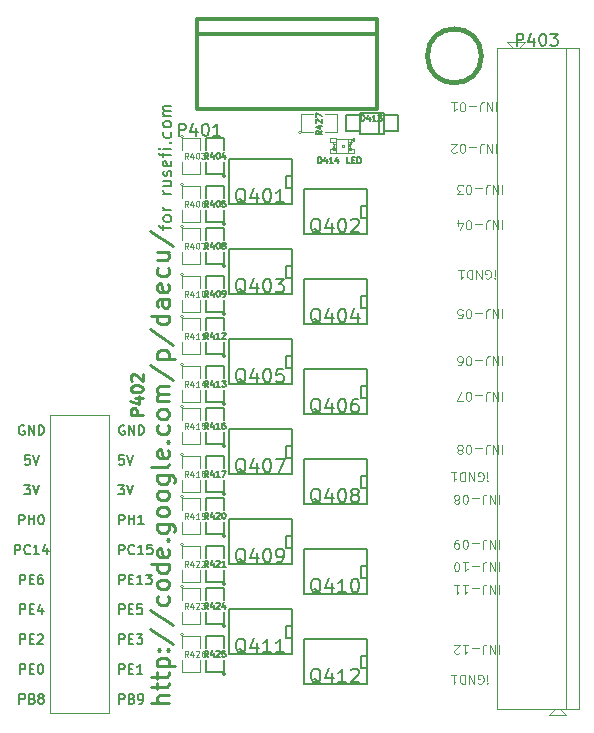
<source format=gto>
G04 (created by PCBNEW (2013-07-07 BZR 4022)-stable) date 12/03/2014 13:56:11*
%MOIN*%
G04 Gerber Fmt 3.4, Leading zero omitted, Abs format*
%FSLAX34Y34*%
G01*
G70*
G90*
G04 APERTURE LIST*
%ADD10C,0.00590551*%
%ADD11C,0.005*%
%ADD12C,0.01*%
%ADD13C,0.0045*%
%ADD14C,0.0039*%
%ADD15C,0.012*%
%ADD16C,0.0026*%
%ADD17C,0.004*%
%ADD18C,0.002*%
%ADD19C,0.015*%
%ADD20C,0.008*%
%ADD21C,0.0043*%
%ADD22C,0.006*%
G04 APERTURE END LIST*
G54D10*
G54D11*
X73295Y-43295D02*
X73295Y-43142D01*
X73561Y-43238D02*
X73219Y-43238D01*
X73180Y-43219D01*
X73161Y-43180D01*
X73161Y-43142D01*
X73561Y-42952D02*
X73542Y-42990D01*
X73523Y-43009D01*
X73485Y-43028D01*
X73371Y-43028D01*
X73333Y-43009D01*
X73314Y-42990D01*
X73295Y-42952D01*
X73295Y-42895D01*
X73314Y-42857D01*
X73333Y-42838D01*
X73371Y-42819D01*
X73485Y-42819D01*
X73523Y-42838D01*
X73542Y-42857D01*
X73561Y-42895D01*
X73561Y-42952D01*
X73561Y-42647D02*
X73295Y-42647D01*
X73371Y-42647D02*
X73333Y-42628D01*
X73314Y-42609D01*
X73295Y-42571D01*
X73295Y-42533D01*
X73561Y-42095D02*
X73295Y-42095D01*
X73371Y-42095D02*
X73333Y-42076D01*
X73314Y-42057D01*
X73295Y-42019D01*
X73295Y-41980D01*
X73295Y-41676D02*
X73561Y-41676D01*
X73295Y-41847D02*
X73504Y-41847D01*
X73542Y-41828D01*
X73561Y-41790D01*
X73561Y-41733D01*
X73542Y-41695D01*
X73523Y-41676D01*
X73542Y-41504D02*
X73561Y-41466D01*
X73561Y-41390D01*
X73542Y-41352D01*
X73504Y-41333D01*
X73485Y-41333D01*
X73447Y-41352D01*
X73428Y-41390D01*
X73428Y-41447D01*
X73409Y-41485D01*
X73371Y-41504D01*
X73352Y-41504D01*
X73314Y-41485D01*
X73295Y-41447D01*
X73295Y-41390D01*
X73314Y-41352D01*
X73542Y-41009D02*
X73561Y-41047D01*
X73561Y-41123D01*
X73542Y-41161D01*
X73504Y-41180D01*
X73352Y-41180D01*
X73314Y-41161D01*
X73295Y-41123D01*
X73295Y-41047D01*
X73314Y-41009D01*
X73352Y-40990D01*
X73390Y-40990D01*
X73428Y-41180D01*
X73295Y-40876D02*
X73295Y-40723D01*
X73561Y-40819D02*
X73219Y-40819D01*
X73180Y-40800D01*
X73161Y-40761D01*
X73161Y-40723D01*
X73561Y-40590D02*
X73295Y-40590D01*
X73161Y-40590D02*
X73180Y-40609D01*
X73200Y-40590D01*
X73180Y-40571D01*
X73161Y-40590D01*
X73200Y-40590D01*
X73523Y-40400D02*
X73542Y-40380D01*
X73561Y-40400D01*
X73542Y-40419D01*
X73523Y-40400D01*
X73561Y-40400D01*
X73542Y-40038D02*
X73561Y-40076D01*
X73561Y-40152D01*
X73542Y-40190D01*
X73523Y-40209D01*
X73485Y-40228D01*
X73371Y-40228D01*
X73333Y-40209D01*
X73314Y-40190D01*
X73295Y-40152D01*
X73295Y-40076D01*
X73314Y-40038D01*
X73561Y-39809D02*
X73542Y-39847D01*
X73523Y-39866D01*
X73485Y-39885D01*
X73371Y-39885D01*
X73333Y-39866D01*
X73314Y-39847D01*
X73295Y-39809D01*
X73295Y-39752D01*
X73314Y-39714D01*
X73333Y-39695D01*
X73371Y-39676D01*
X73485Y-39676D01*
X73523Y-39695D01*
X73542Y-39714D01*
X73561Y-39752D01*
X73561Y-39809D01*
X73561Y-39504D02*
X73295Y-39504D01*
X73333Y-39504D02*
X73314Y-39485D01*
X73295Y-39447D01*
X73295Y-39390D01*
X73314Y-39352D01*
X73352Y-39333D01*
X73561Y-39333D01*
X73352Y-39333D02*
X73314Y-39314D01*
X73295Y-39276D01*
X73295Y-39219D01*
X73314Y-39180D01*
X73352Y-39161D01*
X73561Y-39161D01*
G54D12*
X73492Y-59078D02*
X72892Y-59078D01*
X73492Y-58821D02*
X73178Y-58821D01*
X73121Y-58849D01*
X73092Y-58907D01*
X73092Y-58992D01*
X73121Y-59049D01*
X73150Y-59078D01*
X73092Y-58621D02*
X73092Y-58392D01*
X72892Y-58535D02*
X73407Y-58535D01*
X73464Y-58507D01*
X73492Y-58449D01*
X73492Y-58392D01*
X73092Y-58278D02*
X73092Y-58049D01*
X72892Y-58192D02*
X73407Y-58192D01*
X73464Y-58164D01*
X73492Y-58107D01*
X73492Y-58049D01*
X73092Y-57849D02*
X73692Y-57849D01*
X73121Y-57849D02*
X73092Y-57792D01*
X73092Y-57678D01*
X73121Y-57621D01*
X73150Y-57592D01*
X73207Y-57564D01*
X73378Y-57564D01*
X73435Y-57592D01*
X73464Y-57621D01*
X73492Y-57678D01*
X73492Y-57792D01*
X73464Y-57849D01*
X73435Y-57307D02*
X73464Y-57278D01*
X73492Y-57307D01*
X73464Y-57335D01*
X73435Y-57307D01*
X73492Y-57307D01*
X73121Y-57307D02*
X73150Y-57278D01*
X73178Y-57307D01*
X73150Y-57335D01*
X73121Y-57307D01*
X73178Y-57307D01*
X72864Y-56592D02*
X73635Y-57107D01*
X72864Y-55964D02*
X73635Y-56478D01*
X73464Y-55507D02*
X73492Y-55564D01*
X73492Y-55678D01*
X73464Y-55735D01*
X73435Y-55764D01*
X73378Y-55792D01*
X73207Y-55792D01*
X73150Y-55764D01*
X73121Y-55735D01*
X73092Y-55678D01*
X73092Y-55564D01*
X73121Y-55507D01*
X73492Y-55164D02*
X73464Y-55221D01*
X73435Y-55250D01*
X73378Y-55278D01*
X73207Y-55278D01*
X73150Y-55250D01*
X73121Y-55221D01*
X73092Y-55164D01*
X73092Y-55078D01*
X73121Y-55021D01*
X73150Y-54992D01*
X73207Y-54964D01*
X73378Y-54964D01*
X73435Y-54992D01*
X73464Y-55021D01*
X73492Y-55078D01*
X73492Y-55164D01*
X73492Y-54450D02*
X72892Y-54450D01*
X73464Y-54450D02*
X73492Y-54507D01*
X73492Y-54621D01*
X73464Y-54678D01*
X73435Y-54707D01*
X73378Y-54735D01*
X73207Y-54735D01*
X73150Y-54707D01*
X73121Y-54678D01*
X73092Y-54621D01*
X73092Y-54507D01*
X73121Y-54450D01*
X73464Y-53935D02*
X73492Y-53992D01*
X73492Y-54107D01*
X73464Y-54164D01*
X73407Y-54192D01*
X73178Y-54192D01*
X73121Y-54164D01*
X73092Y-54107D01*
X73092Y-53992D01*
X73121Y-53935D01*
X73178Y-53907D01*
X73235Y-53907D01*
X73292Y-54192D01*
X73435Y-53650D02*
X73464Y-53621D01*
X73492Y-53650D01*
X73464Y-53678D01*
X73435Y-53650D01*
X73492Y-53650D01*
X73092Y-53107D02*
X73578Y-53107D01*
X73635Y-53135D01*
X73664Y-53164D01*
X73692Y-53221D01*
X73692Y-53307D01*
X73664Y-53364D01*
X73464Y-53107D02*
X73492Y-53164D01*
X73492Y-53278D01*
X73464Y-53335D01*
X73435Y-53364D01*
X73378Y-53392D01*
X73207Y-53392D01*
X73150Y-53364D01*
X73121Y-53335D01*
X73092Y-53278D01*
X73092Y-53164D01*
X73121Y-53107D01*
X73492Y-52735D02*
X73464Y-52792D01*
X73435Y-52821D01*
X73378Y-52850D01*
X73207Y-52850D01*
X73150Y-52821D01*
X73121Y-52792D01*
X73092Y-52735D01*
X73092Y-52650D01*
X73121Y-52592D01*
X73150Y-52564D01*
X73207Y-52535D01*
X73378Y-52535D01*
X73435Y-52564D01*
X73464Y-52592D01*
X73492Y-52650D01*
X73492Y-52735D01*
X73492Y-52192D02*
X73464Y-52250D01*
X73435Y-52278D01*
X73378Y-52307D01*
X73207Y-52307D01*
X73150Y-52278D01*
X73121Y-52250D01*
X73092Y-52192D01*
X73092Y-52107D01*
X73121Y-52050D01*
X73150Y-52021D01*
X73207Y-51992D01*
X73378Y-51992D01*
X73435Y-52021D01*
X73464Y-52050D01*
X73492Y-52107D01*
X73492Y-52192D01*
X73092Y-51478D02*
X73578Y-51478D01*
X73635Y-51507D01*
X73664Y-51535D01*
X73692Y-51592D01*
X73692Y-51678D01*
X73664Y-51735D01*
X73464Y-51478D02*
X73492Y-51535D01*
X73492Y-51650D01*
X73464Y-51707D01*
X73435Y-51735D01*
X73378Y-51764D01*
X73207Y-51764D01*
X73150Y-51735D01*
X73121Y-51707D01*
X73092Y-51650D01*
X73092Y-51535D01*
X73121Y-51478D01*
X73492Y-51107D02*
X73464Y-51164D01*
X73407Y-51192D01*
X72892Y-51192D01*
X73464Y-50650D02*
X73492Y-50707D01*
X73492Y-50821D01*
X73464Y-50878D01*
X73407Y-50907D01*
X73178Y-50907D01*
X73121Y-50878D01*
X73092Y-50821D01*
X73092Y-50707D01*
X73121Y-50650D01*
X73178Y-50621D01*
X73235Y-50621D01*
X73292Y-50907D01*
X73435Y-50364D02*
X73464Y-50335D01*
X73492Y-50364D01*
X73464Y-50392D01*
X73435Y-50364D01*
X73492Y-50364D01*
X73464Y-49821D02*
X73492Y-49878D01*
X73492Y-49992D01*
X73464Y-50050D01*
X73435Y-50078D01*
X73378Y-50107D01*
X73207Y-50107D01*
X73150Y-50078D01*
X73121Y-50050D01*
X73092Y-49992D01*
X73092Y-49878D01*
X73121Y-49821D01*
X73492Y-49478D02*
X73464Y-49535D01*
X73435Y-49564D01*
X73378Y-49592D01*
X73207Y-49592D01*
X73150Y-49564D01*
X73121Y-49535D01*
X73092Y-49478D01*
X73092Y-49392D01*
X73121Y-49335D01*
X73150Y-49307D01*
X73207Y-49278D01*
X73378Y-49278D01*
X73435Y-49307D01*
X73464Y-49335D01*
X73492Y-49392D01*
X73492Y-49478D01*
X73492Y-49021D02*
X73092Y-49021D01*
X73150Y-49021D02*
X73121Y-48992D01*
X73092Y-48935D01*
X73092Y-48850D01*
X73121Y-48792D01*
X73178Y-48764D01*
X73492Y-48764D01*
X73178Y-48764D02*
X73121Y-48735D01*
X73092Y-48678D01*
X73092Y-48592D01*
X73121Y-48535D01*
X73178Y-48507D01*
X73492Y-48507D01*
X72864Y-47792D02*
X73635Y-48307D01*
X73092Y-47592D02*
X73692Y-47592D01*
X73121Y-47592D02*
X73092Y-47535D01*
X73092Y-47421D01*
X73121Y-47364D01*
X73150Y-47335D01*
X73207Y-47307D01*
X73378Y-47307D01*
X73435Y-47335D01*
X73464Y-47364D01*
X73492Y-47421D01*
X73492Y-47535D01*
X73464Y-47592D01*
X72864Y-46621D02*
X73635Y-47135D01*
X73492Y-46164D02*
X72892Y-46164D01*
X73464Y-46164D02*
X73492Y-46221D01*
X73492Y-46335D01*
X73464Y-46392D01*
X73435Y-46421D01*
X73378Y-46450D01*
X73207Y-46450D01*
X73150Y-46421D01*
X73121Y-46392D01*
X73092Y-46335D01*
X73092Y-46221D01*
X73121Y-46164D01*
X73492Y-45621D02*
X73178Y-45621D01*
X73121Y-45650D01*
X73092Y-45707D01*
X73092Y-45821D01*
X73121Y-45878D01*
X73464Y-45621D02*
X73492Y-45678D01*
X73492Y-45821D01*
X73464Y-45878D01*
X73407Y-45907D01*
X73350Y-45907D01*
X73292Y-45878D01*
X73264Y-45821D01*
X73264Y-45678D01*
X73235Y-45621D01*
X73464Y-45107D02*
X73492Y-45164D01*
X73492Y-45278D01*
X73464Y-45335D01*
X73407Y-45364D01*
X73178Y-45364D01*
X73121Y-45335D01*
X73092Y-45278D01*
X73092Y-45164D01*
X73121Y-45107D01*
X73178Y-45078D01*
X73235Y-45078D01*
X73292Y-45364D01*
X73464Y-44564D02*
X73492Y-44621D01*
X73492Y-44735D01*
X73464Y-44792D01*
X73435Y-44821D01*
X73378Y-44850D01*
X73207Y-44850D01*
X73150Y-44821D01*
X73121Y-44792D01*
X73092Y-44735D01*
X73092Y-44621D01*
X73121Y-44564D01*
X73092Y-44050D02*
X73492Y-44050D01*
X73092Y-44307D02*
X73407Y-44307D01*
X73464Y-44278D01*
X73492Y-44221D01*
X73492Y-44135D01*
X73464Y-44078D01*
X73435Y-44050D01*
X72864Y-43335D02*
X73635Y-43850D01*
G54D13*
X84601Y-50469D02*
X84601Y-50769D01*
X84458Y-50469D02*
X84458Y-50769D01*
X84286Y-50469D01*
X84286Y-50769D01*
X84058Y-50769D02*
X84058Y-50554D01*
X84072Y-50511D01*
X84101Y-50483D01*
X84143Y-50469D01*
X84172Y-50469D01*
X83915Y-50583D02*
X83686Y-50583D01*
X83486Y-50769D02*
X83458Y-50769D01*
X83429Y-50754D01*
X83415Y-50740D01*
X83401Y-50711D01*
X83386Y-50654D01*
X83386Y-50583D01*
X83401Y-50526D01*
X83415Y-50497D01*
X83429Y-50483D01*
X83458Y-50469D01*
X83486Y-50469D01*
X83515Y-50483D01*
X83529Y-50497D01*
X83543Y-50526D01*
X83558Y-50583D01*
X83558Y-50654D01*
X83543Y-50711D01*
X83529Y-50740D01*
X83515Y-50754D01*
X83486Y-50769D01*
X83215Y-50640D02*
X83243Y-50654D01*
X83258Y-50669D01*
X83272Y-50697D01*
X83272Y-50711D01*
X83258Y-50740D01*
X83243Y-50754D01*
X83215Y-50769D01*
X83158Y-50769D01*
X83129Y-50754D01*
X83115Y-50740D01*
X83101Y-50711D01*
X83101Y-50697D01*
X83115Y-50669D01*
X83129Y-50654D01*
X83158Y-50640D01*
X83215Y-50640D01*
X83243Y-50626D01*
X83258Y-50611D01*
X83272Y-50583D01*
X83272Y-50526D01*
X83258Y-50497D01*
X83243Y-50483D01*
X83215Y-50469D01*
X83158Y-50469D01*
X83129Y-50483D01*
X83115Y-50497D01*
X83101Y-50526D01*
X83101Y-50583D01*
X83115Y-50611D01*
X83129Y-50626D01*
X83158Y-50640D01*
X84099Y-51378D02*
X84099Y-51578D01*
X84099Y-51678D02*
X84114Y-51664D01*
X84099Y-51650D01*
X84085Y-51664D01*
X84099Y-51678D01*
X84099Y-51650D01*
X83800Y-51664D02*
X83828Y-51678D01*
X83871Y-51678D01*
X83914Y-51664D01*
X83942Y-51635D01*
X83957Y-51607D01*
X83971Y-51550D01*
X83971Y-51507D01*
X83957Y-51450D01*
X83942Y-51421D01*
X83914Y-51392D01*
X83871Y-51378D01*
X83842Y-51378D01*
X83800Y-51392D01*
X83785Y-51407D01*
X83785Y-51507D01*
X83842Y-51507D01*
X83657Y-51378D02*
X83657Y-51678D01*
X83485Y-51378D01*
X83485Y-51678D01*
X83342Y-51378D02*
X83342Y-51678D01*
X83271Y-51678D01*
X83228Y-51664D01*
X83199Y-51635D01*
X83185Y-51607D01*
X83171Y-51550D01*
X83171Y-51507D01*
X83185Y-51450D01*
X83199Y-51421D01*
X83228Y-51392D01*
X83271Y-51378D01*
X83342Y-51378D01*
X82885Y-51378D02*
X83057Y-51378D01*
X82971Y-51378D02*
X82971Y-51678D01*
X82999Y-51635D01*
X83028Y-51607D01*
X83057Y-51592D01*
X84099Y-58128D02*
X84099Y-58328D01*
X84099Y-58428D02*
X84114Y-58414D01*
X84099Y-58400D01*
X84085Y-58414D01*
X84099Y-58428D01*
X84099Y-58400D01*
X83800Y-58414D02*
X83828Y-58428D01*
X83871Y-58428D01*
X83914Y-58414D01*
X83942Y-58385D01*
X83957Y-58357D01*
X83971Y-58300D01*
X83971Y-58257D01*
X83957Y-58200D01*
X83942Y-58171D01*
X83914Y-58142D01*
X83871Y-58128D01*
X83842Y-58128D01*
X83800Y-58142D01*
X83785Y-58157D01*
X83785Y-58257D01*
X83842Y-58257D01*
X83657Y-58128D02*
X83657Y-58428D01*
X83485Y-58128D01*
X83485Y-58428D01*
X83342Y-58128D02*
X83342Y-58428D01*
X83271Y-58428D01*
X83228Y-58414D01*
X83199Y-58385D01*
X83185Y-58357D01*
X83171Y-58300D01*
X83171Y-58257D01*
X83185Y-58200D01*
X83199Y-58171D01*
X83228Y-58142D01*
X83271Y-58128D01*
X83342Y-58128D01*
X82885Y-58128D02*
X83057Y-58128D01*
X82971Y-58128D02*
X82971Y-58428D01*
X82999Y-58385D01*
X83028Y-58357D01*
X83057Y-58342D01*
X84492Y-53628D02*
X84492Y-53928D01*
X84349Y-53628D02*
X84349Y-53928D01*
X84178Y-53628D01*
X84178Y-53928D01*
X83949Y-53928D02*
X83949Y-53714D01*
X83964Y-53671D01*
X83992Y-53642D01*
X84035Y-53628D01*
X84064Y-53628D01*
X83807Y-53742D02*
X83578Y-53742D01*
X83378Y-53928D02*
X83349Y-53928D01*
X83321Y-53914D01*
X83307Y-53900D01*
X83292Y-53871D01*
X83278Y-53814D01*
X83278Y-53742D01*
X83292Y-53685D01*
X83307Y-53657D01*
X83321Y-53642D01*
X83349Y-53628D01*
X83378Y-53628D01*
X83407Y-53642D01*
X83421Y-53657D01*
X83435Y-53685D01*
X83449Y-53742D01*
X83449Y-53814D01*
X83435Y-53871D01*
X83421Y-53900D01*
X83407Y-53914D01*
X83378Y-53928D01*
X83135Y-53628D02*
X83078Y-53628D01*
X83049Y-53642D01*
X83035Y-53657D01*
X83007Y-53700D01*
X82992Y-53757D01*
X82992Y-53871D01*
X83007Y-53900D01*
X83021Y-53914D01*
X83049Y-53928D01*
X83107Y-53928D01*
X83135Y-53914D01*
X83149Y-53900D01*
X83164Y-53871D01*
X83164Y-53800D01*
X83149Y-53771D01*
X83135Y-53757D01*
X83107Y-53742D01*
X83049Y-53742D01*
X83021Y-53757D01*
X83007Y-53771D01*
X82992Y-53800D01*
X84492Y-52128D02*
X84492Y-52428D01*
X84349Y-52128D02*
X84349Y-52428D01*
X84178Y-52128D01*
X84178Y-52428D01*
X83949Y-52428D02*
X83949Y-52214D01*
X83964Y-52171D01*
X83992Y-52142D01*
X84035Y-52128D01*
X84064Y-52128D01*
X83807Y-52242D02*
X83578Y-52242D01*
X83378Y-52428D02*
X83349Y-52428D01*
X83321Y-52414D01*
X83307Y-52400D01*
X83292Y-52371D01*
X83278Y-52314D01*
X83278Y-52242D01*
X83292Y-52185D01*
X83307Y-52157D01*
X83321Y-52142D01*
X83349Y-52128D01*
X83378Y-52128D01*
X83407Y-52142D01*
X83421Y-52157D01*
X83435Y-52185D01*
X83449Y-52242D01*
X83449Y-52314D01*
X83435Y-52371D01*
X83421Y-52400D01*
X83407Y-52414D01*
X83378Y-52428D01*
X83107Y-52300D02*
X83135Y-52314D01*
X83149Y-52328D01*
X83164Y-52357D01*
X83164Y-52371D01*
X83149Y-52400D01*
X83135Y-52414D01*
X83107Y-52428D01*
X83049Y-52428D01*
X83021Y-52414D01*
X83007Y-52400D01*
X82992Y-52371D01*
X82992Y-52357D01*
X83007Y-52328D01*
X83021Y-52314D01*
X83049Y-52300D01*
X83107Y-52300D01*
X83135Y-52285D01*
X83149Y-52271D01*
X83164Y-52242D01*
X83164Y-52185D01*
X83149Y-52157D01*
X83135Y-52142D01*
X83107Y-52128D01*
X83049Y-52128D01*
X83021Y-52142D01*
X83007Y-52157D01*
X82992Y-52185D01*
X82992Y-52242D01*
X83007Y-52271D01*
X83021Y-52285D01*
X83049Y-52300D01*
X84601Y-48697D02*
X84601Y-48997D01*
X84458Y-48697D02*
X84458Y-48997D01*
X84286Y-48697D01*
X84286Y-48997D01*
X84058Y-48997D02*
X84058Y-48783D01*
X84072Y-48740D01*
X84101Y-48711D01*
X84143Y-48697D01*
X84172Y-48697D01*
X83915Y-48811D02*
X83686Y-48811D01*
X83486Y-48997D02*
X83458Y-48997D01*
X83429Y-48983D01*
X83415Y-48968D01*
X83401Y-48940D01*
X83386Y-48883D01*
X83386Y-48811D01*
X83401Y-48754D01*
X83415Y-48726D01*
X83429Y-48711D01*
X83458Y-48697D01*
X83486Y-48697D01*
X83515Y-48711D01*
X83529Y-48726D01*
X83543Y-48754D01*
X83558Y-48811D01*
X83558Y-48883D01*
X83543Y-48940D01*
X83529Y-48968D01*
X83515Y-48983D01*
X83486Y-48997D01*
X83286Y-48997D02*
X83086Y-48997D01*
X83215Y-48697D01*
X84492Y-54378D02*
X84492Y-54678D01*
X84349Y-54378D02*
X84349Y-54678D01*
X84178Y-54378D01*
X84178Y-54678D01*
X83949Y-54678D02*
X83949Y-54464D01*
X83964Y-54421D01*
X83992Y-54392D01*
X84035Y-54378D01*
X84064Y-54378D01*
X83807Y-54492D02*
X83578Y-54492D01*
X83278Y-54378D02*
X83449Y-54378D01*
X83364Y-54378D02*
X83364Y-54678D01*
X83392Y-54635D01*
X83421Y-54607D01*
X83449Y-54592D01*
X83092Y-54678D02*
X83064Y-54678D01*
X83035Y-54664D01*
X83021Y-54650D01*
X83007Y-54621D01*
X82992Y-54564D01*
X82992Y-54492D01*
X83007Y-54435D01*
X83021Y-54407D01*
X83035Y-54392D01*
X83064Y-54378D01*
X83092Y-54378D01*
X83121Y-54392D01*
X83135Y-54407D01*
X83149Y-54435D01*
X83164Y-54492D01*
X83164Y-54564D01*
X83149Y-54621D01*
X83135Y-54650D01*
X83121Y-54664D01*
X83092Y-54678D01*
X84492Y-55128D02*
X84492Y-55428D01*
X84349Y-55128D02*
X84349Y-55428D01*
X84178Y-55128D01*
X84178Y-55428D01*
X83949Y-55428D02*
X83949Y-55214D01*
X83964Y-55171D01*
X83992Y-55142D01*
X84035Y-55128D01*
X84064Y-55128D01*
X83807Y-55242D02*
X83578Y-55242D01*
X83278Y-55128D02*
X83449Y-55128D01*
X83364Y-55128D02*
X83364Y-55428D01*
X83392Y-55385D01*
X83421Y-55357D01*
X83449Y-55342D01*
X82992Y-55128D02*
X83164Y-55128D01*
X83078Y-55128D02*
X83078Y-55428D01*
X83107Y-55385D01*
X83135Y-55357D01*
X83164Y-55342D01*
X84492Y-57128D02*
X84492Y-57428D01*
X84349Y-57128D02*
X84349Y-57428D01*
X84178Y-57128D01*
X84178Y-57428D01*
X83949Y-57428D02*
X83949Y-57214D01*
X83964Y-57171D01*
X83992Y-57142D01*
X84035Y-57128D01*
X84064Y-57128D01*
X83807Y-57242D02*
X83578Y-57242D01*
X83278Y-57128D02*
X83449Y-57128D01*
X83364Y-57128D02*
X83364Y-57428D01*
X83392Y-57385D01*
X83421Y-57357D01*
X83449Y-57342D01*
X83164Y-57400D02*
X83149Y-57414D01*
X83121Y-57428D01*
X83049Y-57428D01*
X83021Y-57414D01*
X83007Y-57400D01*
X82992Y-57371D01*
X82992Y-57342D01*
X83007Y-57300D01*
X83178Y-57128D01*
X82992Y-57128D01*
G54D11*
X71993Y-49824D02*
X71963Y-49809D01*
X71917Y-49809D01*
X71871Y-49824D01*
X71841Y-49855D01*
X71826Y-49885D01*
X71810Y-49946D01*
X71810Y-49992D01*
X71826Y-50053D01*
X71841Y-50083D01*
X71871Y-50114D01*
X71917Y-50129D01*
X71948Y-50129D01*
X71993Y-50114D01*
X72009Y-50099D01*
X72009Y-49992D01*
X71948Y-49992D01*
X72146Y-50129D02*
X72146Y-49809D01*
X72329Y-50129D01*
X72329Y-49809D01*
X72481Y-50129D02*
X72481Y-49809D01*
X72557Y-49809D01*
X72603Y-49824D01*
X72633Y-49855D01*
X72649Y-49885D01*
X72664Y-49946D01*
X72664Y-49992D01*
X72649Y-50053D01*
X72633Y-50083D01*
X72603Y-50114D01*
X72557Y-50129D01*
X72481Y-50129D01*
X71978Y-50805D02*
X71826Y-50805D01*
X71810Y-50957D01*
X71826Y-50942D01*
X71856Y-50927D01*
X71932Y-50927D01*
X71963Y-50942D01*
X71978Y-50957D01*
X71993Y-50988D01*
X71993Y-51064D01*
X71978Y-51095D01*
X71963Y-51110D01*
X71932Y-51125D01*
X71856Y-51125D01*
X71826Y-51110D01*
X71810Y-51095D01*
X72085Y-50805D02*
X72191Y-51125D01*
X72298Y-50805D01*
X71795Y-51801D02*
X71993Y-51801D01*
X71887Y-51923D01*
X71932Y-51923D01*
X71963Y-51938D01*
X71978Y-51953D01*
X71993Y-51984D01*
X71993Y-52060D01*
X71978Y-52091D01*
X71963Y-52106D01*
X71932Y-52121D01*
X71841Y-52121D01*
X71810Y-52106D01*
X71795Y-52091D01*
X72085Y-51801D02*
X72191Y-52121D01*
X72298Y-51801D01*
X71826Y-53117D02*
X71826Y-52797D01*
X71948Y-52797D01*
X71978Y-52812D01*
X71993Y-52828D01*
X72009Y-52858D01*
X72009Y-52904D01*
X71993Y-52934D01*
X71978Y-52949D01*
X71948Y-52965D01*
X71826Y-52965D01*
X72146Y-53117D02*
X72146Y-52797D01*
X72146Y-52949D02*
X72329Y-52949D01*
X72329Y-53117D02*
X72329Y-52797D01*
X72649Y-53117D02*
X72466Y-53117D01*
X72557Y-53117D02*
X72557Y-52797D01*
X72527Y-52843D01*
X72496Y-52873D01*
X72466Y-52888D01*
X71826Y-54113D02*
X71826Y-53793D01*
X71948Y-53793D01*
X71978Y-53808D01*
X71993Y-53824D01*
X72009Y-53854D01*
X72009Y-53900D01*
X71993Y-53930D01*
X71978Y-53945D01*
X71948Y-53961D01*
X71826Y-53961D01*
X72329Y-54083D02*
X72313Y-54098D01*
X72268Y-54113D01*
X72237Y-54113D01*
X72191Y-54098D01*
X72161Y-54067D01*
X72146Y-54037D01*
X72130Y-53976D01*
X72130Y-53930D01*
X72146Y-53869D01*
X72161Y-53839D01*
X72191Y-53808D01*
X72237Y-53793D01*
X72268Y-53793D01*
X72313Y-53808D01*
X72329Y-53824D01*
X72633Y-54113D02*
X72450Y-54113D01*
X72542Y-54113D02*
X72542Y-53793D01*
X72511Y-53839D01*
X72481Y-53869D01*
X72450Y-53884D01*
X72923Y-53793D02*
X72770Y-53793D01*
X72755Y-53945D01*
X72770Y-53930D01*
X72801Y-53915D01*
X72877Y-53915D01*
X72908Y-53930D01*
X72923Y-53945D01*
X72938Y-53976D01*
X72938Y-54052D01*
X72923Y-54083D01*
X72908Y-54098D01*
X72877Y-54113D01*
X72801Y-54113D01*
X72770Y-54098D01*
X72755Y-54083D01*
X71826Y-55109D02*
X71826Y-54789D01*
X71948Y-54789D01*
X71978Y-54804D01*
X71993Y-54820D01*
X72009Y-54850D01*
X72009Y-54896D01*
X71993Y-54926D01*
X71978Y-54941D01*
X71948Y-54957D01*
X71826Y-54957D01*
X72146Y-54941D02*
X72252Y-54941D01*
X72298Y-55109D02*
X72146Y-55109D01*
X72146Y-54789D01*
X72298Y-54789D01*
X72603Y-55109D02*
X72420Y-55109D01*
X72511Y-55109D02*
X72511Y-54789D01*
X72481Y-54835D01*
X72450Y-54865D01*
X72420Y-54880D01*
X72709Y-54789D02*
X72908Y-54789D01*
X72801Y-54911D01*
X72847Y-54911D01*
X72877Y-54926D01*
X72892Y-54941D01*
X72908Y-54972D01*
X72908Y-55048D01*
X72892Y-55079D01*
X72877Y-55094D01*
X72847Y-55109D01*
X72755Y-55109D01*
X72725Y-55094D01*
X72709Y-55079D01*
X71826Y-56105D02*
X71826Y-55785D01*
X71948Y-55785D01*
X71978Y-55800D01*
X71993Y-55816D01*
X72009Y-55846D01*
X72009Y-55892D01*
X71993Y-55922D01*
X71978Y-55937D01*
X71948Y-55953D01*
X71826Y-55953D01*
X72146Y-55937D02*
X72252Y-55937D01*
X72298Y-56105D02*
X72146Y-56105D01*
X72146Y-55785D01*
X72298Y-55785D01*
X72588Y-55785D02*
X72435Y-55785D01*
X72420Y-55937D01*
X72435Y-55922D01*
X72466Y-55907D01*
X72542Y-55907D01*
X72572Y-55922D01*
X72588Y-55937D01*
X72603Y-55968D01*
X72603Y-56044D01*
X72588Y-56075D01*
X72572Y-56090D01*
X72542Y-56105D01*
X72466Y-56105D01*
X72435Y-56090D01*
X72420Y-56075D01*
X71826Y-57101D02*
X71826Y-56781D01*
X71948Y-56781D01*
X71978Y-56796D01*
X71993Y-56812D01*
X72009Y-56842D01*
X72009Y-56888D01*
X71993Y-56918D01*
X71978Y-56933D01*
X71948Y-56949D01*
X71826Y-56949D01*
X72146Y-56933D02*
X72252Y-56933D01*
X72298Y-57101D02*
X72146Y-57101D01*
X72146Y-56781D01*
X72298Y-56781D01*
X72405Y-56781D02*
X72603Y-56781D01*
X72496Y-56903D01*
X72542Y-56903D01*
X72572Y-56918D01*
X72588Y-56933D01*
X72603Y-56964D01*
X72603Y-57040D01*
X72588Y-57071D01*
X72572Y-57086D01*
X72542Y-57101D01*
X72450Y-57101D01*
X72420Y-57086D01*
X72405Y-57071D01*
X71826Y-58097D02*
X71826Y-57777D01*
X71948Y-57777D01*
X71978Y-57792D01*
X71993Y-57808D01*
X72009Y-57838D01*
X72009Y-57884D01*
X71993Y-57914D01*
X71978Y-57929D01*
X71948Y-57945D01*
X71826Y-57945D01*
X72146Y-57929D02*
X72252Y-57929D01*
X72298Y-58097D02*
X72146Y-58097D01*
X72146Y-57777D01*
X72298Y-57777D01*
X72603Y-58097D02*
X72420Y-58097D01*
X72511Y-58097D02*
X72511Y-57777D01*
X72481Y-57823D01*
X72450Y-57853D01*
X72420Y-57868D01*
X71826Y-59093D02*
X71826Y-58773D01*
X71948Y-58773D01*
X71978Y-58788D01*
X71993Y-58804D01*
X72009Y-58834D01*
X72009Y-58880D01*
X71993Y-58910D01*
X71978Y-58925D01*
X71948Y-58941D01*
X71826Y-58941D01*
X72252Y-58925D02*
X72298Y-58941D01*
X72313Y-58956D01*
X72329Y-58986D01*
X72329Y-59032D01*
X72313Y-59063D01*
X72298Y-59078D01*
X72268Y-59093D01*
X72146Y-59093D01*
X72146Y-58773D01*
X72252Y-58773D01*
X72283Y-58788D01*
X72298Y-58804D01*
X72313Y-58834D01*
X72313Y-58864D01*
X72298Y-58895D01*
X72283Y-58910D01*
X72252Y-58925D01*
X72146Y-58925D01*
X72481Y-59093D02*
X72542Y-59093D01*
X72572Y-59078D01*
X72588Y-59063D01*
X72618Y-59017D01*
X72633Y-58956D01*
X72633Y-58834D01*
X72618Y-58804D01*
X72603Y-58788D01*
X72572Y-58773D01*
X72511Y-58773D01*
X72481Y-58788D01*
X72466Y-58804D01*
X72450Y-58834D01*
X72450Y-58910D01*
X72466Y-58941D01*
X72481Y-58956D01*
X72511Y-58971D01*
X72572Y-58971D01*
X72603Y-58956D01*
X72618Y-58941D01*
X72633Y-58910D01*
X68656Y-49824D02*
X68625Y-49809D01*
X68580Y-49809D01*
X68534Y-49824D01*
X68503Y-49855D01*
X68488Y-49885D01*
X68473Y-49946D01*
X68473Y-49992D01*
X68488Y-50053D01*
X68503Y-50083D01*
X68534Y-50114D01*
X68580Y-50129D01*
X68610Y-50129D01*
X68656Y-50114D01*
X68671Y-50099D01*
X68671Y-49992D01*
X68610Y-49992D01*
X68808Y-50129D02*
X68808Y-49809D01*
X68991Y-50129D01*
X68991Y-49809D01*
X69143Y-50129D02*
X69143Y-49809D01*
X69220Y-49809D01*
X69265Y-49824D01*
X69296Y-49855D01*
X69311Y-49885D01*
X69326Y-49946D01*
X69326Y-49992D01*
X69311Y-50053D01*
X69296Y-50083D01*
X69265Y-50114D01*
X69220Y-50129D01*
X69143Y-50129D01*
X68839Y-50805D02*
X68686Y-50805D01*
X68671Y-50957D01*
X68686Y-50942D01*
X68717Y-50927D01*
X68793Y-50927D01*
X68823Y-50942D01*
X68839Y-50957D01*
X68854Y-50988D01*
X68854Y-51064D01*
X68839Y-51095D01*
X68823Y-51110D01*
X68793Y-51125D01*
X68717Y-51125D01*
X68686Y-51110D01*
X68671Y-51095D01*
X68945Y-50805D02*
X69052Y-51125D01*
X69159Y-50805D01*
X68656Y-51801D02*
X68854Y-51801D01*
X68747Y-51923D01*
X68793Y-51923D01*
X68823Y-51938D01*
X68839Y-51953D01*
X68854Y-51984D01*
X68854Y-52060D01*
X68839Y-52091D01*
X68823Y-52106D01*
X68793Y-52121D01*
X68701Y-52121D01*
X68671Y-52106D01*
X68656Y-52091D01*
X68945Y-51801D02*
X69052Y-52121D01*
X69159Y-51801D01*
X68496Y-53117D02*
X68496Y-52797D01*
X68618Y-52797D01*
X68648Y-52812D01*
X68663Y-52828D01*
X68679Y-52858D01*
X68679Y-52904D01*
X68663Y-52934D01*
X68648Y-52949D01*
X68618Y-52965D01*
X68496Y-52965D01*
X68816Y-53117D02*
X68816Y-52797D01*
X68816Y-52949D02*
X68999Y-52949D01*
X68999Y-53117D02*
X68999Y-52797D01*
X69212Y-52797D02*
X69242Y-52797D01*
X69273Y-52812D01*
X69288Y-52828D01*
X69303Y-52858D01*
X69319Y-52919D01*
X69319Y-52995D01*
X69303Y-53056D01*
X69288Y-53087D01*
X69273Y-53102D01*
X69242Y-53117D01*
X69212Y-53117D01*
X69181Y-53102D01*
X69166Y-53087D01*
X69151Y-53056D01*
X69136Y-52995D01*
X69136Y-52919D01*
X69151Y-52858D01*
X69166Y-52828D01*
X69181Y-52812D01*
X69212Y-52797D01*
X68351Y-54113D02*
X68351Y-53793D01*
X68473Y-53793D01*
X68503Y-53808D01*
X68519Y-53824D01*
X68534Y-53854D01*
X68534Y-53900D01*
X68519Y-53930D01*
X68503Y-53945D01*
X68473Y-53961D01*
X68351Y-53961D01*
X68854Y-54083D02*
X68839Y-54098D01*
X68793Y-54113D01*
X68762Y-54113D01*
X68717Y-54098D01*
X68686Y-54067D01*
X68671Y-54037D01*
X68656Y-53976D01*
X68656Y-53930D01*
X68671Y-53869D01*
X68686Y-53839D01*
X68717Y-53808D01*
X68762Y-53793D01*
X68793Y-53793D01*
X68839Y-53808D01*
X68854Y-53824D01*
X69159Y-54113D02*
X68976Y-54113D01*
X69067Y-54113D02*
X69067Y-53793D01*
X69037Y-53839D01*
X69006Y-53869D01*
X68976Y-53884D01*
X69433Y-53900D02*
X69433Y-54113D01*
X69357Y-53778D02*
X69280Y-54006D01*
X69479Y-54006D01*
X68519Y-55109D02*
X68519Y-54789D01*
X68640Y-54789D01*
X68671Y-54804D01*
X68686Y-54820D01*
X68701Y-54850D01*
X68701Y-54896D01*
X68686Y-54926D01*
X68671Y-54941D01*
X68640Y-54957D01*
X68519Y-54957D01*
X68839Y-54941D02*
X68945Y-54941D01*
X68991Y-55109D02*
X68839Y-55109D01*
X68839Y-54789D01*
X68991Y-54789D01*
X69265Y-54789D02*
X69204Y-54789D01*
X69174Y-54804D01*
X69159Y-54820D01*
X69128Y-54865D01*
X69113Y-54926D01*
X69113Y-55048D01*
X69128Y-55079D01*
X69143Y-55094D01*
X69174Y-55109D01*
X69235Y-55109D01*
X69265Y-55094D01*
X69280Y-55079D01*
X69296Y-55048D01*
X69296Y-54972D01*
X69280Y-54941D01*
X69265Y-54926D01*
X69235Y-54911D01*
X69174Y-54911D01*
X69143Y-54926D01*
X69128Y-54941D01*
X69113Y-54972D01*
X68519Y-56105D02*
X68519Y-55785D01*
X68640Y-55785D01*
X68671Y-55800D01*
X68686Y-55816D01*
X68701Y-55846D01*
X68701Y-55892D01*
X68686Y-55922D01*
X68671Y-55937D01*
X68640Y-55953D01*
X68519Y-55953D01*
X68839Y-55937D02*
X68945Y-55937D01*
X68991Y-56105D02*
X68839Y-56105D01*
X68839Y-55785D01*
X68991Y-55785D01*
X69265Y-55892D02*
X69265Y-56105D01*
X69189Y-55770D02*
X69113Y-55998D01*
X69311Y-55998D01*
X68519Y-57101D02*
X68519Y-56781D01*
X68640Y-56781D01*
X68671Y-56796D01*
X68686Y-56812D01*
X68701Y-56842D01*
X68701Y-56888D01*
X68686Y-56918D01*
X68671Y-56933D01*
X68640Y-56949D01*
X68519Y-56949D01*
X68839Y-56933D02*
X68945Y-56933D01*
X68991Y-57101D02*
X68839Y-57101D01*
X68839Y-56781D01*
X68991Y-56781D01*
X69113Y-56812D02*
X69128Y-56796D01*
X69159Y-56781D01*
X69235Y-56781D01*
X69265Y-56796D01*
X69280Y-56812D01*
X69296Y-56842D01*
X69296Y-56872D01*
X69280Y-56918D01*
X69098Y-57101D01*
X69296Y-57101D01*
X68519Y-58097D02*
X68519Y-57777D01*
X68640Y-57777D01*
X68671Y-57792D01*
X68686Y-57808D01*
X68701Y-57838D01*
X68701Y-57884D01*
X68686Y-57914D01*
X68671Y-57929D01*
X68640Y-57945D01*
X68519Y-57945D01*
X68839Y-57929D02*
X68945Y-57929D01*
X68991Y-58097D02*
X68839Y-58097D01*
X68839Y-57777D01*
X68991Y-57777D01*
X69189Y-57777D02*
X69220Y-57777D01*
X69250Y-57792D01*
X69265Y-57808D01*
X69280Y-57838D01*
X69296Y-57899D01*
X69296Y-57975D01*
X69280Y-58036D01*
X69265Y-58067D01*
X69250Y-58082D01*
X69220Y-58097D01*
X69189Y-58097D01*
X69159Y-58082D01*
X69143Y-58067D01*
X69128Y-58036D01*
X69113Y-57975D01*
X69113Y-57899D01*
X69128Y-57838D01*
X69143Y-57808D01*
X69159Y-57792D01*
X69189Y-57777D01*
X68503Y-59093D02*
X68503Y-58773D01*
X68625Y-58773D01*
X68656Y-58788D01*
X68671Y-58804D01*
X68686Y-58834D01*
X68686Y-58880D01*
X68671Y-58910D01*
X68656Y-58925D01*
X68625Y-58941D01*
X68503Y-58941D01*
X68930Y-58925D02*
X68976Y-58941D01*
X68991Y-58956D01*
X69006Y-58986D01*
X69006Y-59032D01*
X68991Y-59063D01*
X68976Y-59078D01*
X68945Y-59093D01*
X68823Y-59093D01*
X68823Y-58773D01*
X68930Y-58773D01*
X68960Y-58788D01*
X68976Y-58804D01*
X68991Y-58834D01*
X68991Y-58864D01*
X68976Y-58895D01*
X68960Y-58910D01*
X68930Y-58925D01*
X68823Y-58925D01*
X69189Y-58910D02*
X69159Y-58895D01*
X69143Y-58880D01*
X69128Y-58849D01*
X69128Y-58834D01*
X69143Y-58804D01*
X69159Y-58788D01*
X69189Y-58773D01*
X69250Y-58773D01*
X69280Y-58788D01*
X69296Y-58804D01*
X69311Y-58834D01*
X69311Y-58849D01*
X69296Y-58880D01*
X69280Y-58895D01*
X69250Y-58910D01*
X69189Y-58910D01*
X69159Y-58925D01*
X69143Y-58941D01*
X69128Y-58971D01*
X69128Y-59032D01*
X69143Y-59063D01*
X69159Y-59078D01*
X69189Y-59093D01*
X69250Y-59093D01*
X69280Y-59078D01*
X69296Y-59063D01*
X69311Y-59032D01*
X69311Y-58971D01*
X69296Y-58941D01*
X69280Y-58925D01*
X69250Y-58910D01*
G54D13*
X84404Y-39051D02*
X84404Y-39351D01*
X84261Y-39051D02*
X84261Y-39351D01*
X84089Y-39051D01*
X84089Y-39351D01*
X83861Y-39351D02*
X83861Y-39137D01*
X83875Y-39094D01*
X83904Y-39066D01*
X83947Y-39051D01*
X83975Y-39051D01*
X83718Y-39166D02*
X83489Y-39166D01*
X83289Y-39351D02*
X83261Y-39351D01*
X83232Y-39337D01*
X83218Y-39323D01*
X83204Y-39294D01*
X83189Y-39237D01*
X83189Y-39166D01*
X83204Y-39108D01*
X83218Y-39080D01*
X83232Y-39066D01*
X83261Y-39051D01*
X83289Y-39051D01*
X83318Y-39066D01*
X83332Y-39080D01*
X83347Y-39108D01*
X83361Y-39166D01*
X83361Y-39237D01*
X83347Y-39294D01*
X83332Y-39323D01*
X83318Y-39337D01*
X83289Y-39351D01*
X82904Y-39051D02*
X83075Y-39051D01*
X82989Y-39051D02*
X82989Y-39351D01*
X83018Y-39308D01*
X83047Y-39280D01*
X83075Y-39266D01*
X84404Y-40429D02*
X84404Y-40729D01*
X84261Y-40429D02*
X84261Y-40729D01*
X84089Y-40429D01*
X84089Y-40729D01*
X83861Y-40729D02*
X83861Y-40515D01*
X83875Y-40472D01*
X83904Y-40444D01*
X83947Y-40429D01*
X83975Y-40429D01*
X83718Y-40544D02*
X83489Y-40544D01*
X83289Y-40729D02*
X83261Y-40729D01*
X83232Y-40715D01*
X83218Y-40701D01*
X83204Y-40672D01*
X83189Y-40615D01*
X83189Y-40544D01*
X83204Y-40486D01*
X83218Y-40458D01*
X83232Y-40444D01*
X83261Y-40429D01*
X83289Y-40429D01*
X83318Y-40444D01*
X83332Y-40458D01*
X83347Y-40486D01*
X83361Y-40544D01*
X83361Y-40615D01*
X83347Y-40672D01*
X83332Y-40701D01*
X83318Y-40715D01*
X83289Y-40729D01*
X83075Y-40701D02*
X83061Y-40715D01*
X83032Y-40729D01*
X82961Y-40729D01*
X82932Y-40715D01*
X82918Y-40701D01*
X82904Y-40672D01*
X82904Y-40644D01*
X82918Y-40601D01*
X83089Y-40429D01*
X82904Y-40429D01*
X84601Y-41807D02*
X84601Y-42107D01*
X84458Y-41807D02*
X84458Y-42107D01*
X84286Y-41807D01*
X84286Y-42107D01*
X84058Y-42107D02*
X84058Y-41893D01*
X84072Y-41850D01*
X84101Y-41821D01*
X84143Y-41807D01*
X84172Y-41807D01*
X83915Y-41921D02*
X83686Y-41921D01*
X83486Y-42107D02*
X83458Y-42107D01*
X83429Y-42093D01*
X83415Y-42079D01*
X83401Y-42050D01*
X83386Y-41993D01*
X83386Y-41921D01*
X83401Y-41864D01*
X83415Y-41836D01*
X83429Y-41821D01*
X83458Y-41807D01*
X83486Y-41807D01*
X83515Y-41821D01*
X83529Y-41836D01*
X83543Y-41864D01*
X83558Y-41921D01*
X83558Y-41993D01*
X83543Y-42050D01*
X83529Y-42079D01*
X83515Y-42093D01*
X83486Y-42107D01*
X83286Y-42107D02*
X83101Y-42107D01*
X83201Y-41993D01*
X83158Y-41993D01*
X83129Y-41979D01*
X83115Y-41964D01*
X83101Y-41936D01*
X83101Y-41864D01*
X83115Y-41836D01*
X83129Y-41821D01*
X83158Y-41807D01*
X83243Y-41807D01*
X83272Y-41821D01*
X83286Y-41836D01*
X84601Y-47516D02*
X84601Y-47816D01*
X84458Y-47516D02*
X84458Y-47816D01*
X84286Y-47516D01*
X84286Y-47816D01*
X84058Y-47816D02*
X84058Y-47602D01*
X84072Y-47559D01*
X84101Y-47530D01*
X84143Y-47516D01*
X84172Y-47516D01*
X83915Y-47630D02*
X83686Y-47630D01*
X83486Y-47816D02*
X83458Y-47816D01*
X83429Y-47802D01*
X83415Y-47787D01*
X83401Y-47759D01*
X83386Y-47702D01*
X83386Y-47630D01*
X83401Y-47573D01*
X83415Y-47544D01*
X83429Y-47530D01*
X83458Y-47516D01*
X83486Y-47516D01*
X83515Y-47530D01*
X83529Y-47544D01*
X83543Y-47573D01*
X83558Y-47630D01*
X83558Y-47702D01*
X83543Y-47759D01*
X83529Y-47787D01*
X83515Y-47802D01*
X83486Y-47816D01*
X83129Y-47816D02*
X83186Y-47816D01*
X83215Y-47802D01*
X83229Y-47787D01*
X83258Y-47744D01*
X83272Y-47687D01*
X83272Y-47573D01*
X83258Y-47544D01*
X83243Y-47530D01*
X83215Y-47516D01*
X83158Y-47516D01*
X83129Y-47530D01*
X83115Y-47544D01*
X83101Y-47573D01*
X83101Y-47644D01*
X83115Y-47673D01*
X83129Y-47687D01*
X83158Y-47702D01*
X83215Y-47702D01*
X83243Y-47687D01*
X83258Y-47673D01*
X83272Y-47644D01*
X84601Y-45941D02*
X84601Y-46241D01*
X84458Y-45941D02*
X84458Y-46241D01*
X84286Y-45941D01*
X84286Y-46241D01*
X84058Y-46241D02*
X84058Y-46027D01*
X84072Y-45984D01*
X84101Y-45955D01*
X84143Y-45941D01*
X84172Y-45941D01*
X83915Y-46055D02*
X83686Y-46055D01*
X83486Y-46241D02*
X83458Y-46241D01*
X83429Y-46227D01*
X83415Y-46212D01*
X83401Y-46184D01*
X83386Y-46127D01*
X83386Y-46055D01*
X83401Y-45998D01*
X83415Y-45970D01*
X83429Y-45955D01*
X83458Y-45941D01*
X83486Y-45941D01*
X83515Y-45955D01*
X83529Y-45970D01*
X83543Y-45998D01*
X83558Y-46055D01*
X83558Y-46127D01*
X83543Y-46184D01*
X83529Y-46212D01*
X83515Y-46227D01*
X83486Y-46241D01*
X83115Y-46241D02*
X83258Y-46241D01*
X83272Y-46098D01*
X83258Y-46112D01*
X83229Y-46127D01*
X83158Y-46127D01*
X83129Y-46112D01*
X83115Y-46098D01*
X83101Y-46070D01*
X83101Y-45998D01*
X83115Y-45970D01*
X83129Y-45955D01*
X83158Y-45941D01*
X83229Y-45941D01*
X83258Y-45955D01*
X83272Y-45970D01*
X84601Y-42988D02*
X84601Y-43288D01*
X84458Y-42988D02*
X84458Y-43288D01*
X84286Y-42988D01*
X84286Y-43288D01*
X84058Y-43288D02*
X84058Y-43074D01*
X84072Y-43031D01*
X84101Y-43003D01*
X84143Y-42988D01*
X84172Y-42988D01*
X83915Y-43103D02*
X83686Y-43103D01*
X83486Y-43288D02*
X83458Y-43288D01*
X83429Y-43274D01*
X83415Y-43260D01*
X83401Y-43231D01*
X83386Y-43174D01*
X83386Y-43103D01*
X83401Y-43045D01*
X83415Y-43017D01*
X83429Y-43003D01*
X83458Y-42988D01*
X83486Y-42988D01*
X83515Y-43003D01*
X83529Y-43017D01*
X83543Y-43045D01*
X83558Y-43103D01*
X83558Y-43174D01*
X83543Y-43231D01*
X83529Y-43260D01*
X83515Y-43274D01*
X83486Y-43288D01*
X83129Y-43188D02*
X83129Y-42988D01*
X83201Y-43303D02*
X83272Y-43088D01*
X83086Y-43088D01*
X84349Y-44628D02*
X84349Y-44828D01*
X84349Y-44928D02*
X84364Y-44914D01*
X84349Y-44900D01*
X84335Y-44914D01*
X84349Y-44928D01*
X84349Y-44900D01*
X84050Y-44914D02*
X84078Y-44928D01*
X84121Y-44928D01*
X84164Y-44914D01*
X84192Y-44885D01*
X84207Y-44857D01*
X84221Y-44800D01*
X84221Y-44757D01*
X84207Y-44700D01*
X84192Y-44671D01*
X84164Y-44642D01*
X84121Y-44628D01*
X84092Y-44628D01*
X84050Y-44642D01*
X84035Y-44657D01*
X84035Y-44757D01*
X84092Y-44757D01*
X83907Y-44628D02*
X83907Y-44928D01*
X83735Y-44628D01*
X83735Y-44928D01*
X83592Y-44628D02*
X83592Y-44928D01*
X83521Y-44928D01*
X83478Y-44914D01*
X83449Y-44885D01*
X83435Y-44857D01*
X83421Y-44800D01*
X83421Y-44757D01*
X83435Y-44700D01*
X83449Y-44671D01*
X83478Y-44642D01*
X83521Y-44628D01*
X83592Y-44628D01*
X83135Y-44628D02*
X83307Y-44628D01*
X83221Y-44628D02*
X83221Y-44928D01*
X83249Y-44885D01*
X83278Y-44857D01*
X83307Y-44842D01*
G54D14*
X84962Y-37226D02*
X84765Y-37029D01*
X84765Y-37029D02*
X85159Y-37029D01*
X85159Y-37029D02*
X85356Y-37029D01*
X85356Y-37029D02*
X85159Y-37226D01*
X86537Y-59273D02*
X86734Y-59470D01*
X86734Y-59470D02*
X86340Y-59470D01*
X86340Y-59470D02*
X86143Y-59470D01*
X86143Y-59470D02*
X86340Y-59273D01*
X86734Y-37226D02*
X86734Y-59273D01*
X87167Y-37226D02*
X87167Y-59273D01*
X87167Y-59273D02*
X84411Y-59273D01*
X84411Y-59273D02*
X84411Y-37226D01*
X84411Y-37226D02*
X87167Y-37226D01*
X69516Y-59421D02*
X71484Y-59421D01*
X71484Y-59421D02*
X71484Y-49480D01*
X71484Y-49480D02*
X69516Y-49480D01*
X69516Y-49480D02*
X69516Y-59421D01*
X73975Y-40200D02*
G75*
G03X73975Y-40200I-50J0D01*
G74*
G01*
X73925Y-40650D02*
X73925Y-40250D01*
X73925Y-40250D02*
X74525Y-40250D01*
X74525Y-40250D02*
X74525Y-40650D01*
X74525Y-41050D02*
X74525Y-41450D01*
X74525Y-41450D02*
X73925Y-41450D01*
X73925Y-41450D02*
X73925Y-41050D01*
X73975Y-41800D02*
G75*
G03X73975Y-41800I-50J0D01*
G74*
G01*
X73925Y-42250D02*
X73925Y-41850D01*
X73925Y-41850D02*
X74525Y-41850D01*
X74525Y-41850D02*
X74525Y-42250D01*
X74525Y-42650D02*
X74525Y-43050D01*
X74525Y-43050D02*
X73925Y-43050D01*
X73925Y-43050D02*
X73925Y-42650D01*
X73975Y-43200D02*
G75*
G03X73975Y-43200I-50J0D01*
G74*
G01*
X73925Y-43650D02*
X73925Y-43250D01*
X73925Y-43250D02*
X74525Y-43250D01*
X74525Y-43250D02*
X74525Y-43650D01*
X74525Y-44050D02*
X74525Y-44450D01*
X74525Y-44450D02*
X73925Y-44450D01*
X73925Y-44450D02*
X73925Y-44050D01*
X73975Y-44800D02*
G75*
G03X73975Y-44800I-50J0D01*
G74*
G01*
X73925Y-45250D02*
X73925Y-44850D01*
X73925Y-44850D02*
X74525Y-44850D01*
X74525Y-44850D02*
X74525Y-45250D01*
X74525Y-45650D02*
X74525Y-46050D01*
X74525Y-46050D02*
X73925Y-46050D01*
X73925Y-46050D02*
X73925Y-45650D01*
X73975Y-46200D02*
G75*
G03X73975Y-46200I-50J0D01*
G74*
G01*
X73925Y-46650D02*
X73925Y-46250D01*
X73925Y-46250D02*
X74525Y-46250D01*
X74525Y-46250D02*
X74525Y-46650D01*
X74525Y-47050D02*
X74525Y-47450D01*
X74525Y-47450D02*
X73925Y-47450D01*
X73925Y-47450D02*
X73925Y-47050D01*
X73975Y-47800D02*
G75*
G03X73975Y-47800I-50J0D01*
G74*
G01*
X73925Y-48250D02*
X73925Y-47850D01*
X73925Y-47850D02*
X74525Y-47850D01*
X74525Y-47850D02*
X74525Y-48250D01*
X74525Y-48650D02*
X74525Y-49050D01*
X74525Y-49050D02*
X73925Y-49050D01*
X73925Y-49050D02*
X73925Y-48650D01*
G54D11*
X75375Y-47500D02*
G75*
G03X75375Y-47500I-50J0D01*
G74*
G01*
X75325Y-47050D02*
X75325Y-47450D01*
X75325Y-47450D02*
X74725Y-47450D01*
X74725Y-47450D02*
X74725Y-47050D01*
X74725Y-46650D02*
X74725Y-46250D01*
X74725Y-46250D02*
X75325Y-46250D01*
X75325Y-46250D02*
X75325Y-46650D01*
X75375Y-49100D02*
G75*
G03X75375Y-49100I-50J0D01*
G74*
G01*
X75325Y-48650D02*
X75325Y-49050D01*
X75325Y-49050D02*
X74725Y-49050D01*
X74725Y-49050D02*
X74725Y-48650D01*
X74725Y-48250D02*
X74725Y-47850D01*
X74725Y-47850D02*
X75325Y-47850D01*
X75325Y-47850D02*
X75325Y-48250D01*
X75375Y-44500D02*
G75*
G03X75375Y-44500I-50J0D01*
G74*
G01*
X75325Y-44050D02*
X75325Y-44450D01*
X75325Y-44450D02*
X74725Y-44450D01*
X74725Y-44450D02*
X74725Y-44050D01*
X74725Y-43650D02*
X74725Y-43250D01*
X74725Y-43250D02*
X75325Y-43250D01*
X75325Y-43250D02*
X75325Y-43650D01*
X75375Y-46100D02*
G75*
G03X75375Y-46100I-50J0D01*
G74*
G01*
X75325Y-45650D02*
X75325Y-46050D01*
X75325Y-46050D02*
X74725Y-46050D01*
X74725Y-46050D02*
X74725Y-45650D01*
X74725Y-45250D02*
X74725Y-44850D01*
X74725Y-44850D02*
X75325Y-44850D01*
X75325Y-44850D02*
X75325Y-45250D01*
X75375Y-43100D02*
G75*
G03X75375Y-43100I-50J0D01*
G74*
G01*
X75325Y-42650D02*
X75325Y-43050D01*
X75325Y-43050D02*
X74725Y-43050D01*
X74725Y-43050D02*
X74725Y-42650D01*
X74725Y-42250D02*
X74725Y-41850D01*
X74725Y-41850D02*
X75325Y-41850D01*
X75325Y-41850D02*
X75325Y-42250D01*
X75375Y-41500D02*
G75*
G03X75375Y-41500I-50J0D01*
G74*
G01*
X75325Y-41050D02*
X75325Y-41450D01*
X75325Y-41450D02*
X74725Y-41450D01*
X74725Y-41450D02*
X74725Y-41050D01*
X74725Y-40650D02*
X74725Y-40250D01*
X74725Y-40250D02*
X75325Y-40250D01*
X75325Y-40250D02*
X75325Y-40650D01*
X77575Y-47000D02*
X77575Y-46950D01*
X77575Y-46950D02*
X75475Y-46950D01*
X75475Y-48450D02*
X77575Y-48450D01*
X77575Y-48450D02*
X77575Y-47000D01*
X77575Y-47900D02*
X77375Y-47900D01*
X77375Y-47900D02*
X77375Y-47500D01*
X77375Y-47500D02*
X77575Y-47500D01*
X75475Y-48450D02*
X75475Y-46950D01*
X80075Y-48000D02*
X80075Y-47950D01*
X80075Y-47950D02*
X77975Y-47950D01*
X77975Y-49450D02*
X80075Y-49450D01*
X80075Y-49450D02*
X80075Y-48000D01*
X80075Y-48900D02*
X79875Y-48900D01*
X79875Y-48900D02*
X79875Y-48500D01*
X79875Y-48500D02*
X80075Y-48500D01*
X77975Y-49450D02*
X77975Y-47950D01*
X77575Y-44000D02*
X77575Y-43950D01*
X77575Y-43950D02*
X75475Y-43950D01*
X75475Y-45450D02*
X77575Y-45450D01*
X77575Y-45450D02*
X77575Y-44000D01*
X77575Y-44900D02*
X77375Y-44900D01*
X77375Y-44900D02*
X77375Y-44500D01*
X77375Y-44500D02*
X77575Y-44500D01*
X75475Y-45450D02*
X75475Y-43950D01*
X80075Y-42000D02*
X80075Y-41950D01*
X80075Y-41950D02*
X77975Y-41950D01*
X77975Y-43450D02*
X80075Y-43450D01*
X80075Y-43450D02*
X80075Y-42000D01*
X80075Y-42900D02*
X79875Y-42900D01*
X79875Y-42900D02*
X79875Y-42500D01*
X79875Y-42500D02*
X80075Y-42500D01*
X77975Y-43450D02*
X77975Y-41950D01*
X77575Y-41000D02*
X77575Y-40950D01*
X77575Y-40950D02*
X75475Y-40950D01*
X75475Y-42450D02*
X77575Y-42450D01*
X77575Y-42450D02*
X77575Y-41000D01*
X77575Y-41900D02*
X77375Y-41900D01*
X77375Y-41900D02*
X77375Y-41500D01*
X77375Y-41500D02*
X77575Y-41500D01*
X75475Y-42450D02*
X75475Y-40950D01*
X80075Y-45000D02*
X80075Y-44950D01*
X80075Y-44950D02*
X77975Y-44950D01*
X77975Y-46450D02*
X80075Y-46450D01*
X80075Y-46450D02*
X80075Y-45000D01*
X80075Y-45900D02*
X79875Y-45900D01*
X79875Y-45900D02*
X79875Y-45500D01*
X79875Y-45500D02*
X80075Y-45500D01*
X77975Y-46450D02*
X77975Y-44950D01*
X77575Y-53000D02*
X77575Y-52950D01*
X77575Y-52950D02*
X75475Y-52950D01*
X75475Y-54450D02*
X77575Y-54450D01*
X77575Y-54450D02*
X77575Y-53000D01*
X77575Y-53900D02*
X77375Y-53900D01*
X77375Y-53900D02*
X77375Y-53500D01*
X77375Y-53500D02*
X77575Y-53500D01*
X75475Y-54450D02*
X75475Y-52950D01*
X80075Y-57000D02*
X80075Y-56950D01*
X80075Y-56950D02*
X77975Y-56950D01*
X77975Y-58450D02*
X80075Y-58450D01*
X80075Y-58450D02*
X80075Y-57000D01*
X80075Y-57900D02*
X79875Y-57900D01*
X79875Y-57900D02*
X79875Y-57500D01*
X79875Y-57500D02*
X80075Y-57500D01*
X77975Y-58450D02*
X77975Y-56950D01*
X77575Y-56000D02*
X77575Y-55950D01*
X77575Y-55950D02*
X75475Y-55950D01*
X75475Y-57450D02*
X77575Y-57450D01*
X77575Y-57450D02*
X77575Y-56000D01*
X77575Y-56900D02*
X77375Y-56900D01*
X77375Y-56900D02*
X77375Y-56500D01*
X77375Y-56500D02*
X77575Y-56500D01*
X75475Y-57450D02*
X75475Y-55950D01*
X80075Y-54000D02*
X80075Y-53950D01*
X80075Y-53950D02*
X77975Y-53950D01*
X77975Y-55450D02*
X80075Y-55450D01*
X80075Y-55450D02*
X80075Y-54000D01*
X80075Y-54900D02*
X79875Y-54900D01*
X79875Y-54900D02*
X79875Y-54500D01*
X79875Y-54500D02*
X80075Y-54500D01*
X77975Y-55450D02*
X77975Y-53950D01*
X77575Y-50000D02*
X77575Y-49950D01*
X77575Y-49950D02*
X75475Y-49950D01*
X75475Y-51450D02*
X77575Y-51450D01*
X77575Y-51450D02*
X77575Y-50000D01*
X77575Y-50900D02*
X77375Y-50900D01*
X77375Y-50900D02*
X77375Y-50500D01*
X77375Y-50500D02*
X77575Y-50500D01*
X75475Y-51450D02*
X75475Y-49950D01*
X80075Y-51000D02*
X80075Y-50950D01*
X80075Y-50950D02*
X77975Y-50950D01*
X77975Y-52450D02*
X80075Y-52450D01*
X80075Y-52450D02*
X80075Y-51000D01*
X80075Y-51900D02*
X79875Y-51900D01*
X79875Y-51900D02*
X79875Y-51500D01*
X79875Y-51500D02*
X80075Y-51500D01*
X77975Y-52450D02*
X77975Y-50950D01*
X75375Y-58100D02*
G75*
G03X75375Y-58100I-50J0D01*
G74*
G01*
X75325Y-57650D02*
X75325Y-58050D01*
X75325Y-58050D02*
X74725Y-58050D01*
X74725Y-58050D02*
X74725Y-57650D01*
X74725Y-57250D02*
X74725Y-56850D01*
X74725Y-56850D02*
X75325Y-56850D01*
X75325Y-56850D02*
X75325Y-57250D01*
X75375Y-56500D02*
G75*
G03X75375Y-56500I-50J0D01*
G74*
G01*
X75325Y-56050D02*
X75325Y-56450D01*
X75325Y-56450D02*
X74725Y-56450D01*
X74725Y-56450D02*
X74725Y-56050D01*
X74725Y-55650D02*
X74725Y-55250D01*
X74725Y-55250D02*
X75325Y-55250D01*
X75325Y-55250D02*
X75325Y-55650D01*
X75375Y-53500D02*
G75*
G03X75375Y-53500I-50J0D01*
G74*
G01*
X75325Y-53050D02*
X75325Y-53450D01*
X75325Y-53450D02*
X74725Y-53450D01*
X74725Y-53450D02*
X74725Y-53050D01*
X74725Y-52650D02*
X74725Y-52250D01*
X74725Y-52250D02*
X75325Y-52250D01*
X75325Y-52250D02*
X75325Y-52650D01*
X75375Y-55100D02*
G75*
G03X75375Y-55100I-50J0D01*
G74*
G01*
X75325Y-54650D02*
X75325Y-55050D01*
X75325Y-55050D02*
X74725Y-55050D01*
X74725Y-55050D02*
X74725Y-54650D01*
X74725Y-54250D02*
X74725Y-53850D01*
X74725Y-53850D02*
X75325Y-53850D01*
X75325Y-53850D02*
X75325Y-54250D01*
X75375Y-50500D02*
G75*
G03X75375Y-50500I-50J0D01*
G74*
G01*
X75325Y-50050D02*
X75325Y-50450D01*
X75325Y-50450D02*
X74725Y-50450D01*
X74725Y-50450D02*
X74725Y-50050D01*
X74725Y-49650D02*
X74725Y-49250D01*
X74725Y-49250D02*
X75325Y-49250D01*
X75325Y-49250D02*
X75325Y-49650D01*
X75375Y-52100D02*
G75*
G03X75375Y-52100I-50J0D01*
G74*
G01*
X75325Y-51650D02*
X75325Y-52050D01*
X75325Y-52050D02*
X74725Y-52050D01*
X74725Y-52050D02*
X74725Y-51650D01*
X74725Y-51250D02*
X74725Y-50850D01*
X74725Y-50850D02*
X75325Y-50850D01*
X75325Y-50850D02*
X75325Y-51250D01*
G54D15*
X80425Y-36275D02*
X80425Y-39275D01*
X74425Y-36275D02*
X74425Y-39275D01*
X80425Y-36775D02*
X74425Y-36775D01*
X80425Y-39275D02*
X74425Y-39275D01*
X80425Y-36275D02*
X74425Y-36275D01*
G54D11*
X81120Y-39460D02*
X81120Y-40020D01*
X79850Y-39390D02*
X80660Y-39390D01*
X80660Y-40110D02*
X79850Y-40110D01*
X79390Y-39460D02*
X79390Y-40020D01*
X79820Y-40020D02*
X79400Y-40020D01*
X79400Y-39460D02*
X79830Y-39460D01*
X80680Y-39460D02*
X81120Y-39460D01*
X81110Y-40020D02*
X80680Y-40020D01*
X79840Y-39390D02*
X79840Y-40110D01*
X80500Y-39390D02*
X80500Y-40110D01*
X80660Y-40110D02*
X80660Y-39390D01*
G54D14*
X77900Y-40050D02*
G75*
G03X77900Y-40050I-50J0D01*
G74*
G01*
X78300Y-40050D02*
X77900Y-40050D01*
X77900Y-40050D02*
X77900Y-39450D01*
X77900Y-39450D02*
X78300Y-39450D01*
X78700Y-39450D02*
X79100Y-39450D01*
X79100Y-39450D02*
X79100Y-40050D01*
X79100Y-40050D02*
X78700Y-40050D01*
G54D16*
X79446Y-40618D02*
X79446Y-40746D01*
X79446Y-40746D02*
X79643Y-40746D01*
X79643Y-40618D02*
X79643Y-40746D01*
X79446Y-40618D02*
X79643Y-40618D01*
X79446Y-40373D02*
X79446Y-40432D01*
X79446Y-40432D02*
X79545Y-40432D01*
X79545Y-40373D02*
X79545Y-40432D01*
X79446Y-40373D02*
X79545Y-40373D01*
X79446Y-40568D02*
X79446Y-40627D01*
X79446Y-40627D02*
X79545Y-40627D01*
X79545Y-40568D02*
X79545Y-40627D01*
X79446Y-40568D02*
X79545Y-40568D01*
X79446Y-40422D02*
X79446Y-40578D01*
X79446Y-40578D02*
X79515Y-40578D01*
X79515Y-40422D02*
X79515Y-40578D01*
X79446Y-40422D02*
X79515Y-40422D01*
X78857Y-40618D02*
X78857Y-40746D01*
X78857Y-40746D02*
X79054Y-40746D01*
X79054Y-40618D02*
X79054Y-40746D01*
X78857Y-40618D02*
X79054Y-40618D01*
X78857Y-40254D02*
X78857Y-40382D01*
X78857Y-40382D02*
X79054Y-40382D01*
X79054Y-40254D02*
X79054Y-40382D01*
X78857Y-40254D02*
X79054Y-40254D01*
X78955Y-40568D02*
X78955Y-40627D01*
X78955Y-40627D02*
X79054Y-40627D01*
X79054Y-40568D02*
X79054Y-40627D01*
X78955Y-40568D02*
X79054Y-40568D01*
X78955Y-40373D02*
X78955Y-40432D01*
X78955Y-40432D02*
X79054Y-40432D01*
X79054Y-40373D02*
X79054Y-40432D01*
X78955Y-40373D02*
X79054Y-40373D01*
X78985Y-40422D02*
X78985Y-40578D01*
X78985Y-40578D02*
X79054Y-40578D01*
X79054Y-40422D02*
X79054Y-40578D01*
X78985Y-40422D02*
X79054Y-40422D01*
X79250Y-40461D02*
X79250Y-40539D01*
X79250Y-40539D02*
X79328Y-40539D01*
X79328Y-40461D02*
X79328Y-40539D01*
X79250Y-40461D02*
X79328Y-40461D01*
X79446Y-40264D02*
X79446Y-40382D01*
X79446Y-40382D02*
X79564Y-40382D01*
X79564Y-40264D02*
X79564Y-40382D01*
X79446Y-40264D02*
X79564Y-40264D01*
X79614Y-40254D02*
X79614Y-40343D01*
X79614Y-40343D02*
X79643Y-40343D01*
X79643Y-40254D02*
X79643Y-40343D01*
X79614Y-40254D02*
X79643Y-40254D01*
G54D17*
X79456Y-40726D02*
X79044Y-40726D01*
X79054Y-40274D02*
X79614Y-40274D01*
G54D18*
X79612Y-40323D02*
G75*
G03X79612Y-40323I-28J0D01*
G74*
G01*
G54D17*
X79643Y-40363D02*
G75*
G03X79643Y-40637I0J-137D01*
G74*
G01*
X78857Y-40637D02*
G75*
G03X78857Y-40363I0J137D01*
G74*
G01*
G54D14*
X73975Y-49200D02*
G75*
G03X73975Y-49200I-50J0D01*
G74*
G01*
X73925Y-49650D02*
X73925Y-49250D01*
X73925Y-49250D02*
X74525Y-49250D01*
X74525Y-49250D02*
X74525Y-49650D01*
X74525Y-50050D02*
X74525Y-50450D01*
X74525Y-50450D02*
X73925Y-50450D01*
X73925Y-50450D02*
X73925Y-50050D01*
X73975Y-50800D02*
G75*
G03X73975Y-50800I-50J0D01*
G74*
G01*
X73925Y-51250D02*
X73925Y-50850D01*
X73925Y-50850D02*
X74525Y-50850D01*
X74525Y-50850D02*
X74525Y-51250D01*
X74525Y-51650D02*
X74525Y-52050D01*
X74525Y-52050D02*
X73925Y-52050D01*
X73925Y-52050D02*
X73925Y-51650D01*
X73975Y-52200D02*
G75*
G03X73975Y-52200I-50J0D01*
G74*
G01*
X73925Y-52650D02*
X73925Y-52250D01*
X73925Y-52250D02*
X74525Y-52250D01*
X74525Y-52250D02*
X74525Y-52650D01*
X74525Y-53050D02*
X74525Y-53450D01*
X74525Y-53450D02*
X73925Y-53450D01*
X73925Y-53450D02*
X73925Y-53050D01*
X73975Y-53800D02*
G75*
G03X73975Y-53800I-50J0D01*
G74*
G01*
X73925Y-54250D02*
X73925Y-53850D01*
X73925Y-53850D02*
X74525Y-53850D01*
X74525Y-53850D02*
X74525Y-54250D01*
X74525Y-54650D02*
X74525Y-55050D01*
X74525Y-55050D02*
X73925Y-55050D01*
X73925Y-55050D02*
X73925Y-54650D01*
X73975Y-55200D02*
G75*
G03X73975Y-55200I-50J0D01*
G74*
G01*
X73925Y-55650D02*
X73925Y-55250D01*
X73925Y-55250D02*
X74525Y-55250D01*
X74525Y-55250D02*
X74525Y-55650D01*
X74525Y-56050D02*
X74525Y-56450D01*
X74525Y-56450D02*
X73925Y-56450D01*
X73925Y-56450D02*
X73925Y-56050D01*
X73975Y-56800D02*
G75*
G03X73975Y-56800I-50J0D01*
G74*
G01*
X73925Y-57250D02*
X73925Y-56850D01*
X73925Y-56850D02*
X74525Y-56850D01*
X74525Y-56850D02*
X74525Y-57250D01*
X74525Y-57650D02*
X74525Y-58050D01*
X74525Y-58050D02*
X73925Y-58050D01*
X73925Y-58050D02*
X73925Y-57650D01*
G54D19*
X83900Y-37500D02*
G75*
G03X83900Y-37500I-900J0D01*
G74*
G01*
G54D20*
X85073Y-37161D02*
X85073Y-36761D01*
X85226Y-36761D01*
X85264Y-36780D01*
X85283Y-36800D01*
X85302Y-36838D01*
X85302Y-36895D01*
X85283Y-36933D01*
X85264Y-36952D01*
X85226Y-36971D01*
X85073Y-36971D01*
X85645Y-36895D02*
X85645Y-37161D01*
X85550Y-36742D02*
X85454Y-37028D01*
X85702Y-37028D01*
X85930Y-36761D02*
X85969Y-36761D01*
X86007Y-36780D01*
X86026Y-36800D01*
X86045Y-36838D01*
X86064Y-36914D01*
X86064Y-37009D01*
X86045Y-37085D01*
X86026Y-37123D01*
X86007Y-37142D01*
X85969Y-37161D01*
X85930Y-37161D01*
X85892Y-37142D01*
X85873Y-37123D01*
X85854Y-37085D01*
X85835Y-37009D01*
X85835Y-36914D01*
X85854Y-36838D01*
X85873Y-36800D01*
X85892Y-36780D01*
X85930Y-36761D01*
X86197Y-36761D02*
X86445Y-36761D01*
X86311Y-36914D01*
X86369Y-36914D01*
X86407Y-36933D01*
X86426Y-36952D01*
X86445Y-36990D01*
X86445Y-37085D01*
X86426Y-37123D01*
X86407Y-37142D01*
X86369Y-37161D01*
X86254Y-37161D01*
X86216Y-37142D01*
X86197Y-37123D01*
G54D12*
X72611Y-49476D02*
X72211Y-49476D01*
X72211Y-49323D01*
X72230Y-49285D01*
X72250Y-49266D01*
X72288Y-49247D01*
X72345Y-49247D01*
X72383Y-49266D01*
X72402Y-49285D01*
X72421Y-49323D01*
X72421Y-49476D01*
X72345Y-48904D02*
X72611Y-48904D01*
X72192Y-48999D02*
X72478Y-49095D01*
X72478Y-48847D01*
X72211Y-48619D02*
X72211Y-48580D01*
X72230Y-48542D01*
X72250Y-48523D01*
X72288Y-48504D01*
X72364Y-48485D01*
X72459Y-48485D01*
X72535Y-48504D01*
X72573Y-48523D01*
X72592Y-48542D01*
X72611Y-48580D01*
X72611Y-48619D01*
X72592Y-48657D01*
X72573Y-48676D01*
X72535Y-48695D01*
X72459Y-48714D01*
X72364Y-48714D01*
X72288Y-48695D01*
X72250Y-48676D01*
X72230Y-48657D01*
X72211Y-48619D01*
X72250Y-48333D02*
X72230Y-48314D01*
X72211Y-48276D01*
X72211Y-48180D01*
X72230Y-48142D01*
X72250Y-48123D01*
X72288Y-48104D01*
X72326Y-48104D01*
X72383Y-48123D01*
X72611Y-48352D01*
X72611Y-48104D01*
G54D21*
X74129Y-40929D02*
X74063Y-40835D01*
X74016Y-40929D02*
X74016Y-40732D01*
X74092Y-40732D01*
X74110Y-40742D01*
X74120Y-40751D01*
X74129Y-40770D01*
X74129Y-40798D01*
X74120Y-40817D01*
X74110Y-40826D01*
X74092Y-40835D01*
X74016Y-40835D01*
X74298Y-40798D02*
X74298Y-40929D01*
X74251Y-40723D02*
X74204Y-40864D01*
X74326Y-40864D01*
X74439Y-40732D02*
X74457Y-40732D01*
X74476Y-40742D01*
X74486Y-40751D01*
X74495Y-40770D01*
X74504Y-40807D01*
X74504Y-40854D01*
X74495Y-40892D01*
X74486Y-40910D01*
X74476Y-40920D01*
X74457Y-40929D01*
X74439Y-40929D01*
X74420Y-40920D01*
X74410Y-40910D01*
X74401Y-40892D01*
X74392Y-40854D01*
X74392Y-40807D01*
X74401Y-40770D01*
X74410Y-40751D01*
X74420Y-40742D01*
X74439Y-40732D01*
X74570Y-40732D02*
X74692Y-40732D01*
X74626Y-40807D01*
X74654Y-40807D01*
X74673Y-40817D01*
X74683Y-40826D01*
X74692Y-40845D01*
X74692Y-40892D01*
X74683Y-40910D01*
X74673Y-40920D01*
X74654Y-40929D01*
X74598Y-40929D01*
X74579Y-40920D01*
X74570Y-40910D01*
X74129Y-42529D02*
X74063Y-42435D01*
X74016Y-42529D02*
X74016Y-42332D01*
X74092Y-42332D01*
X74110Y-42342D01*
X74120Y-42351D01*
X74129Y-42370D01*
X74129Y-42398D01*
X74120Y-42417D01*
X74110Y-42426D01*
X74092Y-42435D01*
X74016Y-42435D01*
X74298Y-42398D02*
X74298Y-42529D01*
X74251Y-42323D02*
X74204Y-42464D01*
X74326Y-42464D01*
X74439Y-42332D02*
X74457Y-42332D01*
X74476Y-42342D01*
X74486Y-42351D01*
X74495Y-42370D01*
X74504Y-42407D01*
X74504Y-42454D01*
X74495Y-42492D01*
X74486Y-42510D01*
X74476Y-42520D01*
X74457Y-42529D01*
X74439Y-42529D01*
X74420Y-42520D01*
X74410Y-42510D01*
X74401Y-42492D01*
X74392Y-42454D01*
X74392Y-42407D01*
X74401Y-42370D01*
X74410Y-42351D01*
X74420Y-42342D01*
X74439Y-42332D01*
X74673Y-42332D02*
X74636Y-42332D01*
X74617Y-42342D01*
X74607Y-42351D01*
X74589Y-42379D01*
X74579Y-42417D01*
X74579Y-42492D01*
X74589Y-42510D01*
X74598Y-42520D01*
X74617Y-42529D01*
X74654Y-42529D01*
X74673Y-42520D01*
X74683Y-42510D01*
X74692Y-42492D01*
X74692Y-42445D01*
X74683Y-42426D01*
X74673Y-42417D01*
X74654Y-42407D01*
X74617Y-42407D01*
X74598Y-42417D01*
X74589Y-42426D01*
X74579Y-42445D01*
X74129Y-43929D02*
X74063Y-43835D01*
X74016Y-43929D02*
X74016Y-43732D01*
X74092Y-43732D01*
X74110Y-43742D01*
X74120Y-43751D01*
X74129Y-43770D01*
X74129Y-43798D01*
X74120Y-43817D01*
X74110Y-43826D01*
X74092Y-43835D01*
X74016Y-43835D01*
X74298Y-43798D02*
X74298Y-43929D01*
X74251Y-43723D02*
X74204Y-43864D01*
X74326Y-43864D01*
X74439Y-43732D02*
X74457Y-43732D01*
X74476Y-43742D01*
X74486Y-43751D01*
X74495Y-43770D01*
X74504Y-43807D01*
X74504Y-43854D01*
X74495Y-43892D01*
X74486Y-43910D01*
X74476Y-43920D01*
X74457Y-43929D01*
X74439Y-43929D01*
X74420Y-43920D01*
X74410Y-43910D01*
X74401Y-43892D01*
X74392Y-43854D01*
X74392Y-43807D01*
X74401Y-43770D01*
X74410Y-43751D01*
X74420Y-43742D01*
X74439Y-43732D01*
X74570Y-43732D02*
X74701Y-43732D01*
X74617Y-43929D01*
X74129Y-45529D02*
X74063Y-45435D01*
X74016Y-45529D02*
X74016Y-45332D01*
X74092Y-45332D01*
X74110Y-45342D01*
X74120Y-45351D01*
X74129Y-45370D01*
X74129Y-45398D01*
X74120Y-45417D01*
X74110Y-45426D01*
X74092Y-45435D01*
X74016Y-45435D01*
X74298Y-45398D02*
X74298Y-45529D01*
X74251Y-45323D02*
X74204Y-45464D01*
X74326Y-45464D01*
X74504Y-45529D02*
X74392Y-45529D01*
X74448Y-45529D02*
X74448Y-45332D01*
X74429Y-45360D01*
X74410Y-45379D01*
X74392Y-45389D01*
X74626Y-45332D02*
X74645Y-45332D01*
X74664Y-45342D01*
X74673Y-45351D01*
X74683Y-45370D01*
X74692Y-45407D01*
X74692Y-45454D01*
X74683Y-45492D01*
X74673Y-45510D01*
X74664Y-45520D01*
X74645Y-45529D01*
X74626Y-45529D01*
X74607Y-45520D01*
X74598Y-45510D01*
X74589Y-45492D01*
X74579Y-45454D01*
X74579Y-45407D01*
X74589Y-45370D01*
X74598Y-45351D01*
X74607Y-45342D01*
X74626Y-45332D01*
X74129Y-46929D02*
X74063Y-46835D01*
X74016Y-46929D02*
X74016Y-46732D01*
X74092Y-46732D01*
X74110Y-46742D01*
X74120Y-46751D01*
X74129Y-46770D01*
X74129Y-46798D01*
X74120Y-46817D01*
X74110Y-46826D01*
X74092Y-46835D01*
X74016Y-46835D01*
X74298Y-46798D02*
X74298Y-46929D01*
X74251Y-46723D02*
X74204Y-46864D01*
X74326Y-46864D01*
X74504Y-46929D02*
X74392Y-46929D01*
X74448Y-46929D02*
X74448Y-46732D01*
X74429Y-46760D01*
X74410Y-46779D01*
X74392Y-46789D01*
X74692Y-46929D02*
X74579Y-46929D01*
X74636Y-46929D02*
X74636Y-46732D01*
X74617Y-46760D01*
X74598Y-46779D01*
X74579Y-46789D01*
X74129Y-48529D02*
X74063Y-48435D01*
X74016Y-48529D02*
X74016Y-48332D01*
X74092Y-48332D01*
X74110Y-48342D01*
X74120Y-48351D01*
X74129Y-48370D01*
X74129Y-48398D01*
X74120Y-48417D01*
X74110Y-48426D01*
X74092Y-48435D01*
X74016Y-48435D01*
X74298Y-48398D02*
X74298Y-48529D01*
X74251Y-48323D02*
X74204Y-48464D01*
X74326Y-48464D01*
X74504Y-48529D02*
X74392Y-48529D01*
X74448Y-48529D02*
X74448Y-48332D01*
X74429Y-48360D01*
X74410Y-48379D01*
X74392Y-48389D01*
X74673Y-48398D02*
X74673Y-48529D01*
X74626Y-48323D02*
X74579Y-48464D01*
X74701Y-48464D01*
G54D11*
X74801Y-46930D02*
X74734Y-46835D01*
X74686Y-46930D02*
X74686Y-46730D01*
X74763Y-46730D01*
X74782Y-46740D01*
X74791Y-46750D01*
X74801Y-46769D01*
X74801Y-46797D01*
X74791Y-46816D01*
X74782Y-46826D01*
X74763Y-46835D01*
X74686Y-46835D01*
X74972Y-46797D02*
X74972Y-46930D01*
X74924Y-46721D02*
X74877Y-46864D01*
X75001Y-46864D01*
X75182Y-46930D02*
X75067Y-46930D01*
X75125Y-46930D02*
X75125Y-46730D01*
X75105Y-46759D01*
X75086Y-46778D01*
X75067Y-46788D01*
X75258Y-46750D02*
X75267Y-46740D01*
X75286Y-46730D01*
X75334Y-46730D01*
X75353Y-46740D01*
X75363Y-46750D01*
X75372Y-46769D01*
X75372Y-46788D01*
X75363Y-46816D01*
X75248Y-46930D01*
X75372Y-46930D01*
X74801Y-48530D02*
X74734Y-48435D01*
X74686Y-48530D02*
X74686Y-48330D01*
X74763Y-48330D01*
X74782Y-48340D01*
X74791Y-48350D01*
X74801Y-48369D01*
X74801Y-48397D01*
X74791Y-48416D01*
X74782Y-48426D01*
X74763Y-48435D01*
X74686Y-48435D01*
X74972Y-48397D02*
X74972Y-48530D01*
X74924Y-48321D02*
X74877Y-48464D01*
X75001Y-48464D01*
X75182Y-48530D02*
X75067Y-48530D01*
X75125Y-48530D02*
X75125Y-48330D01*
X75105Y-48359D01*
X75086Y-48378D01*
X75067Y-48388D01*
X75248Y-48330D02*
X75372Y-48330D01*
X75305Y-48407D01*
X75334Y-48407D01*
X75353Y-48416D01*
X75363Y-48426D01*
X75372Y-48445D01*
X75372Y-48492D01*
X75363Y-48511D01*
X75353Y-48521D01*
X75334Y-48530D01*
X75277Y-48530D01*
X75258Y-48521D01*
X75248Y-48511D01*
X74801Y-43930D02*
X74734Y-43835D01*
X74686Y-43930D02*
X74686Y-43730D01*
X74763Y-43730D01*
X74782Y-43740D01*
X74791Y-43750D01*
X74801Y-43769D01*
X74801Y-43797D01*
X74791Y-43816D01*
X74782Y-43826D01*
X74763Y-43835D01*
X74686Y-43835D01*
X74972Y-43797D02*
X74972Y-43930D01*
X74924Y-43721D02*
X74877Y-43864D01*
X75001Y-43864D01*
X75115Y-43730D02*
X75134Y-43730D01*
X75153Y-43740D01*
X75163Y-43750D01*
X75172Y-43769D01*
X75182Y-43807D01*
X75182Y-43854D01*
X75172Y-43892D01*
X75163Y-43911D01*
X75153Y-43921D01*
X75134Y-43930D01*
X75115Y-43930D01*
X75096Y-43921D01*
X75086Y-43911D01*
X75077Y-43892D01*
X75067Y-43854D01*
X75067Y-43807D01*
X75077Y-43769D01*
X75086Y-43750D01*
X75096Y-43740D01*
X75115Y-43730D01*
X75296Y-43816D02*
X75277Y-43807D01*
X75267Y-43797D01*
X75258Y-43778D01*
X75258Y-43769D01*
X75267Y-43750D01*
X75277Y-43740D01*
X75296Y-43730D01*
X75334Y-43730D01*
X75353Y-43740D01*
X75363Y-43750D01*
X75372Y-43769D01*
X75372Y-43778D01*
X75363Y-43797D01*
X75353Y-43807D01*
X75334Y-43816D01*
X75296Y-43816D01*
X75277Y-43826D01*
X75267Y-43835D01*
X75258Y-43854D01*
X75258Y-43892D01*
X75267Y-43911D01*
X75277Y-43921D01*
X75296Y-43930D01*
X75334Y-43930D01*
X75353Y-43921D01*
X75363Y-43911D01*
X75372Y-43892D01*
X75372Y-43854D01*
X75363Y-43835D01*
X75353Y-43826D01*
X75334Y-43816D01*
X74801Y-45530D02*
X74734Y-45435D01*
X74686Y-45530D02*
X74686Y-45330D01*
X74763Y-45330D01*
X74782Y-45340D01*
X74791Y-45350D01*
X74801Y-45369D01*
X74801Y-45397D01*
X74791Y-45416D01*
X74782Y-45426D01*
X74763Y-45435D01*
X74686Y-45435D01*
X74972Y-45397D02*
X74972Y-45530D01*
X74924Y-45321D02*
X74877Y-45464D01*
X75001Y-45464D01*
X75115Y-45330D02*
X75134Y-45330D01*
X75153Y-45340D01*
X75163Y-45350D01*
X75172Y-45369D01*
X75182Y-45407D01*
X75182Y-45454D01*
X75172Y-45492D01*
X75163Y-45511D01*
X75153Y-45521D01*
X75134Y-45530D01*
X75115Y-45530D01*
X75096Y-45521D01*
X75086Y-45511D01*
X75077Y-45492D01*
X75067Y-45454D01*
X75067Y-45407D01*
X75077Y-45369D01*
X75086Y-45350D01*
X75096Y-45340D01*
X75115Y-45330D01*
X75277Y-45530D02*
X75315Y-45530D01*
X75334Y-45521D01*
X75344Y-45511D01*
X75363Y-45483D01*
X75372Y-45445D01*
X75372Y-45369D01*
X75363Y-45350D01*
X75353Y-45340D01*
X75334Y-45330D01*
X75296Y-45330D01*
X75277Y-45340D01*
X75267Y-45350D01*
X75258Y-45369D01*
X75258Y-45416D01*
X75267Y-45435D01*
X75277Y-45445D01*
X75296Y-45454D01*
X75334Y-45454D01*
X75353Y-45445D01*
X75363Y-45435D01*
X75372Y-45416D01*
X74801Y-42530D02*
X74734Y-42435D01*
X74686Y-42530D02*
X74686Y-42330D01*
X74763Y-42330D01*
X74782Y-42340D01*
X74791Y-42350D01*
X74801Y-42369D01*
X74801Y-42397D01*
X74791Y-42416D01*
X74782Y-42426D01*
X74763Y-42435D01*
X74686Y-42435D01*
X74972Y-42397D02*
X74972Y-42530D01*
X74924Y-42321D02*
X74877Y-42464D01*
X75001Y-42464D01*
X75115Y-42330D02*
X75134Y-42330D01*
X75153Y-42340D01*
X75163Y-42350D01*
X75172Y-42369D01*
X75182Y-42407D01*
X75182Y-42454D01*
X75172Y-42492D01*
X75163Y-42511D01*
X75153Y-42521D01*
X75134Y-42530D01*
X75115Y-42530D01*
X75096Y-42521D01*
X75086Y-42511D01*
X75077Y-42492D01*
X75067Y-42454D01*
X75067Y-42407D01*
X75077Y-42369D01*
X75086Y-42350D01*
X75096Y-42340D01*
X75115Y-42330D01*
X75363Y-42330D02*
X75267Y-42330D01*
X75258Y-42426D01*
X75267Y-42416D01*
X75286Y-42407D01*
X75334Y-42407D01*
X75353Y-42416D01*
X75363Y-42426D01*
X75372Y-42445D01*
X75372Y-42492D01*
X75363Y-42511D01*
X75353Y-42521D01*
X75334Y-42530D01*
X75286Y-42530D01*
X75267Y-42521D01*
X75258Y-42511D01*
X74801Y-40930D02*
X74734Y-40835D01*
X74686Y-40930D02*
X74686Y-40730D01*
X74763Y-40730D01*
X74782Y-40740D01*
X74791Y-40750D01*
X74801Y-40769D01*
X74801Y-40797D01*
X74791Y-40816D01*
X74782Y-40826D01*
X74763Y-40835D01*
X74686Y-40835D01*
X74972Y-40797D02*
X74972Y-40930D01*
X74924Y-40721D02*
X74877Y-40864D01*
X75001Y-40864D01*
X75115Y-40730D02*
X75134Y-40730D01*
X75153Y-40740D01*
X75163Y-40750D01*
X75172Y-40769D01*
X75182Y-40807D01*
X75182Y-40854D01*
X75172Y-40892D01*
X75163Y-40911D01*
X75153Y-40921D01*
X75134Y-40930D01*
X75115Y-40930D01*
X75096Y-40921D01*
X75086Y-40911D01*
X75077Y-40892D01*
X75067Y-40854D01*
X75067Y-40807D01*
X75077Y-40769D01*
X75086Y-40750D01*
X75096Y-40740D01*
X75115Y-40730D01*
X75353Y-40797D02*
X75353Y-40930D01*
X75305Y-40721D02*
X75258Y-40864D01*
X75382Y-40864D01*
G54D22*
X76053Y-48425D02*
X76010Y-48403D01*
X75967Y-48360D01*
X75903Y-48296D01*
X75860Y-48275D01*
X75817Y-48275D01*
X75839Y-48382D02*
X75796Y-48360D01*
X75753Y-48317D01*
X75732Y-48232D01*
X75732Y-48082D01*
X75753Y-47996D01*
X75796Y-47953D01*
X75839Y-47932D01*
X75925Y-47932D01*
X75967Y-47953D01*
X76010Y-47996D01*
X76032Y-48082D01*
X76032Y-48232D01*
X76010Y-48317D01*
X75967Y-48360D01*
X75925Y-48382D01*
X75839Y-48382D01*
X76417Y-48082D02*
X76417Y-48382D01*
X76310Y-47910D02*
X76203Y-48232D01*
X76482Y-48232D01*
X76739Y-47932D02*
X76782Y-47932D01*
X76825Y-47953D01*
X76846Y-47975D01*
X76867Y-48017D01*
X76889Y-48103D01*
X76889Y-48210D01*
X76867Y-48296D01*
X76846Y-48339D01*
X76825Y-48360D01*
X76782Y-48382D01*
X76739Y-48382D01*
X76696Y-48360D01*
X76675Y-48339D01*
X76653Y-48296D01*
X76632Y-48210D01*
X76632Y-48103D01*
X76653Y-48017D01*
X76675Y-47975D01*
X76696Y-47953D01*
X76739Y-47932D01*
X77296Y-47932D02*
X77082Y-47932D01*
X77060Y-48146D01*
X77082Y-48125D01*
X77125Y-48103D01*
X77232Y-48103D01*
X77275Y-48125D01*
X77296Y-48146D01*
X77317Y-48189D01*
X77317Y-48296D01*
X77296Y-48339D01*
X77275Y-48360D01*
X77232Y-48382D01*
X77125Y-48382D01*
X77082Y-48360D01*
X77060Y-48339D01*
X78553Y-49425D02*
X78510Y-49403D01*
X78467Y-49360D01*
X78403Y-49296D01*
X78360Y-49275D01*
X78317Y-49275D01*
X78339Y-49382D02*
X78296Y-49360D01*
X78253Y-49317D01*
X78232Y-49232D01*
X78232Y-49082D01*
X78253Y-48996D01*
X78296Y-48953D01*
X78339Y-48932D01*
X78425Y-48932D01*
X78467Y-48953D01*
X78510Y-48996D01*
X78532Y-49082D01*
X78532Y-49232D01*
X78510Y-49317D01*
X78467Y-49360D01*
X78425Y-49382D01*
X78339Y-49382D01*
X78917Y-49082D02*
X78917Y-49382D01*
X78810Y-48910D02*
X78703Y-49232D01*
X78982Y-49232D01*
X79239Y-48932D02*
X79282Y-48932D01*
X79325Y-48953D01*
X79346Y-48975D01*
X79367Y-49017D01*
X79389Y-49103D01*
X79389Y-49210D01*
X79367Y-49296D01*
X79346Y-49339D01*
X79325Y-49360D01*
X79282Y-49382D01*
X79239Y-49382D01*
X79196Y-49360D01*
X79175Y-49339D01*
X79153Y-49296D01*
X79132Y-49210D01*
X79132Y-49103D01*
X79153Y-49017D01*
X79175Y-48975D01*
X79196Y-48953D01*
X79239Y-48932D01*
X79775Y-48932D02*
X79689Y-48932D01*
X79646Y-48953D01*
X79625Y-48975D01*
X79582Y-49039D01*
X79560Y-49125D01*
X79560Y-49296D01*
X79582Y-49339D01*
X79603Y-49360D01*
X79646Y-49382D01*
X79732Y-49382D01*
X79775Y-49360D01*
X79796Y-49339D01*
X79817Y-49296D01*
X79817Y-49189D01*
X79796Y-49146D01*
X79775Y-49125D01*
X79732Y-49103D01*
X79646Y-49103D01*
X79603Y-49125D01*
X79582Y-49146D01*
X79560Y-49189D01*
X76053Y-45425D02*
X76010Y-45403D01*
X75967Y-45360D01*
X75903Y-45296D01*
X75860Y-45275D01*
X75817Y-45275D01*
X75839Y-45382D02*
X75796Y-45360D01*
X75753Y-45317D01*
X75732Y-45232D01*
X75732Y-45082D01*
X75753Y-44996D01*
X75796Y-44953D01*
X75839Y-44932D01*
X75925Y-44932D01*
X75967Y-44953D01*
X76010Y-44996D01*
X76032Y-45082D01*
X76032Y-45232D01*
X76010Y-45317D01*
X75967Y-45360D01*
X75925Y-45382D01*
X75839Y-45382D01*
X76417Y-45082D02*
X76417Y-45382D01*
X76310Y-44910D02*
X76203Y-45232D01*
X76482Y-45232D01*
X76739Y-44932D02*
X76782Y-44932D01*
X76825Y-44953D01*
X76846Y-44975D01*
X76867Y-45017D01*
X76889Y-45103D01*
X76889Y-45210D01*
X76867Y-45296D01*
X76846Y-45339D01*
X76825Y-45360D01*
X76782Y-45382D01*
X76739Y-45382D01*
X76696Y-45360D01*
X76675Y-45339D01*
X76653Y-45296D01*
X76632Y-45210D01*
X76632Y-45103D01*
X76653Y-45017D01*
X76675Y-44975D01*
X76696Y-44953D01*
X76739Y-44932D01*
X77039Y-44932D02*
X77317Y-44932D01*
X77167Y-45103D01*
X77232Y-45103D01*
X77275Y-45125D01*
X77296Y-45146D01*
X77317Y-45189D01*
X77317Y-45296D01*
X77296Y-45339D01*
X77275Y-45360D01*
X77232Y-45382D01*
X77103Y-45382D01*
X77060Y-45360D01*
X77039Y-45339D01*
X78553Y-43425D02*
X78510Y-43403D01*
X78467Y-43360D01*
X78403Y-43296D01*
X78360Y-43275D01*
X78317Y-43275D01*
X78339Y-43382D02*
X78296Y-43360D01*
X78253Y-43317D01*
X78232Y-43232D01*
X78232Y-43082D01*
X78253Y-42996D01*
X78296Y-42953D01*
X78339Y-42932D01*
X78425Y-42932D01*
X78467Y-42953D01*
X78510Y-42996D01*
X78532Y-43082D01*
X78532Y-43232D01*
X78510Y-43317D01*
X78467Y-43360D01*
X78425Y-43382D01*
X78339Y-43382D01*
X78917Y-43082D02*
X78917Y-43382D01*
X78810Y-42910D02*
X78703Y-43232D01*
X78982Y-43232D01*
X79239Y-42932D02*
X79282Y-42932D01*
X79325Y-42953D01*
X79346Y-42975D01*
X79367Y-43017D01*
X79389Y-43103D01*
X79389Y-43210D01*
X79367Y-43296D01*
X79346Y-43339D01*
X79325Y-43360D01*
X79282Y-43382D01*
X79239Y-43382D01*
X79196Y-43360D01*
X79175Y-43339D01*
X79153Y-43296D01*
X79132Y-43210D01*
X79132Y-43103D01*
X79153Y-43017D01*
X79175Y-42975D01*
X79196Y-42953D01*
X79239Y-42932D01*
X79560Y-42975D02*
X79582Y-42953D01*
X79625Y-42932D01*
X79732Y-42932D01*
X79775Y-42953D01*
X79796Y-42975D01*
X79817Y-43017D01*
X79817Y-43060D01*
X79796Y-43125D01*
X79539Y-43382D01*
X79817Y-43382D01*
X76053Y-42425D02*
X76010Y-42403D01*
X75967Y-42360D01*
X75903Y-42296D01*
X75860Y-42275D01*
X75817Y-42275D01*
X75839Y-42382D02*
X75796Y-42360D01*
X75753Y-42317D01*
X75732Y-42232D01*
X75732Y-42082D01*
X75753Y-41996D01*
X75796Y-41953D01*
X75839Y-41932D01*
X75925Y-41932D01*
X75967Y-41953D01*
X76010Y-41996D01*
X76032Y-42082D01*
X76032Y-42232D01*
X76010Y-42317D01*
X75967Y-42360D01*
X75925Y-42382D01*
X75839Y-42382D01*
X76417Y-42082D02*
X76417Y-42382D01*
X76310Y-41910D02*
X76203Y-42232D01*
X76482Y-42232D01*
X76739Y-41932D02*
X76782Y-41932D01*
X76825Y-41953D01*
X76846Y-41975D01*
X76867Y-42017D01*
X76889Y-42103D01*
X76889Y-42210D01*
X76867Y-42296D01*
X76846Y-42339D01*
X76825Y-42360D01*
X76782Y-42382D01*
X76739Y-42382D01*
X76696Y-42360D01*
X76675Y-42339D01*
X76653Y-42296D01*
X76632Y-42210D01*
X76632Y-42103D01*
X76653Y-42017D01*
X76675Y-41975D01*
X76696Y-41953D01*
X76739Y-41932D01*
X77317Y-42382D02*
X77060Y-42382D01*
X77189Y-42382D02*
X77189Y-41932D01*
X77146Y-41996D01*
X77103Y-42039D01*
X77060Y-42060D01*
X78553Y-46425D02*
X78510Y-46403D01*
X78467Y-46360D01*
X78403Y-46296D01*
X78360Y-46275D01*
X78317Y-46275D01*
X78339Y-46382D02*
X78296Y-46360D01*
X78253Y-46317D01*
X78232Y-46232D01*
X78232Y-46082D01*
X78253Y-45996D01*
X78296Y-45953D01*
X78339Y-45932D01*
X78425Y-45932D01*
X78467Y-45953D01*
X78510Y-45996D01*
X78532Y-46082D01*
X78532Y-46232D01*
X78510Y-46317D01*
X78467Y-46360D01*
X78425Y-46382D01*
X78339Y-46382D01*
X78917Y-46082D02*
X78917Y-46382D01*
X78810Y-45910D02*
X78703Y-46232D01*
X78982Y-46232D01*
X79239Y-45932D02*
X79282Y-45932D01*
X79325Y-45953D01*
X79346Y-45975D01*
X79367Y-46017D01*
X79389Y-46103D01*
X79389Y-46210D01*
X79367Y-46296D01*
X79346Y-46339D01*
X79325Y-46360D01*
X79282Y-46382D01*
X79239Y-46382D01*
X79196Y-46360D01*
X79175Y-46339D01*
X79153Y-46296D01*
X79132Y-46210D01*
X79132Y-46103D01*
X79153Y-46017D01*
X79175Y-45975D01*
X79196Y-45953D01*
X79239Y-45932D01*
X79775Y-46082D02*
X79775Y-46382D01*
X79667Y-45910D02*
X79560Y-46232D01*
X79839Y-46232D01*
X76053Y-54425D02*
X76010Y-54403D01*
X75967Y-54360D01*
X75903Y-54296D01*
X75860Y-54275D01*
X75817Y-54275D01*
X75839Y-54382D02*
X75796Y-54360D01*
X75753Y-54317D01*
X75732Y-54232D01*
X75732Y-54082D01*
X75753Y-53996D01*
X75796Y-53953D01*
X75839Y-53932D01*
X75925Y-53932D01*
X75967Y-53953D01*
X76010Y-53996D01*
X76032Y-54082D01*
X76032Y-54232D01*
X76010Y-54317D01*
X75967Y-54360D01*
X75925Y-54382D01*
X75839Y-54382D01*
X76417Y-54082D02*
X76417Y-54382D01*
X76310Y-53910D02*
X76203Y-54232D01*
X76482Y-54232D01*
X76739Y-53932D02*
X76782Y-53932D01*
X76825Y-53953D01*
X76846Y-53975D01*
X76867Y-54017D01*
X76889Y-54103D01*
X76889Y-54210D01*
X76867Y-54296D01*
X76846Y-54339D01*
X76825Y-54360D01*
X76782Y-54382D01*
X76739Y-54382D01*
X76696Y-54360D01*
X76675Y-54339D01*
X76653Y-54296D01*
X76632Y-54210D01*
X76632Y-54103D01*
X76653Y-54017D01*
X76675Y-53975D01*
X76696Y-53953D01*
X76739Y-53932D01*
X77103Y-54382D02*
X77189Y-54382D01*
X77232Y-54360D01*
X77253Y-54339D01*
X77296Y-54275D01*
X77317Y-54189D01*
X77317Y-54017D01*
X77296Y-53975D01*
X77275Y-53953D01*
X77232Y-53932D01*
X77146Y-53932D01*
X77103Y-53953D01*
X77082Y-53975D01*
X77060Y-54017D01*
X77060Y-54125D01*
X77082Y-54167D01*
X77103Y-54189D01*
X77146Y-54210D01*
X77232Y-54210D01*
X77275Y-54189D01*
X77296Y-54167D01*
X77317Y-54125D01*
X78553Y-58425D02*
X78510Y-58403D01*
X78467Y-58360D01*
X78403Y-58296D01*
X78360Y-58275D01*
X78317Y-58275D01*
X78339Y-58382D02*
X78296Y-58360D01*
X78253Y-58317D01*
X78232Y-58232D01*
X78232Y-58082D01*
X78253Y-57996D01*
X78296Y-57953D01*
X78339Y-57932D01*
X78425Y-57932D01*
X78467Y-57953D01*
X78510Y-57996D01*
X78532Y-58082D01*
X78532Y-58232D01*
X78510Y-58317D01*
X78467Y-58360D01*
X78425Y-58382D01*
X78339Y-58382D01*
X78917Y-58082D02*
X78917Y-58382D01*
X78810Y-57910D02*
X78703Y-58232D01*
X78982Y-58232D01*
X79389Y-58382D02*
X79132Y-58382D01*
X79260Y-58382D02*
X79260Y-57932D01*
X79217Y-57996D01*
X79175Y-58039D01*
X79132Y-58060D01*
X79560Y-57975D02*
X79582Y-57953D01*
X79625Y-57932D01*
X79732Y-57932D01*
X79775Y-57953D01*
X79796Y-57975D01*
X79817Y-58017D01*
X79817Y-58060D01*
X79796Y-58125D01*
X79539Y-58382D01*
X79817Y-58382D01*
X76053Y-57425D02*
X76010Y-57403D01*
X75967Y-57360D01*
X75903Y-57296D01*
X75860Y-57275D01*
X75817Y-57275D01*
X75839Y-57382D02*
X75796Y-57360D01*
X75753Y-57317D01*
X75732Y-57232D01*
X75732Y-57082D01*
X75753Y-56996D01*
X75796Y-56953D01*
X75839Y-56932D01*
X75925Y-56932D01*
X75967Y-56953D01*
X76010Y-56996D01*
X76032Y-57082D01*
X76032Y-57232D01*
X76010Y-57317D01*
X75967Y-57360D01*
X75925Y-57382D01*
X75839Y-57382D01*
X76417Y-57082D02*
X76417Y-57382D01*
X76310Y-56910D02*
X76203Y-57232D01*
X76482Y-57232D01*
X76889Y-57382D02*
X76632Y-57382D01*
X76760Y-57382D02*
X76760Y-56932D01*
X76717Y-56996D01*
X76675Y-57039D01*
X76632Y-57060D01*
X77317Y-57382D02*
X77060Y-57382D01*
X77189Y-57382D02*
X77189Y-56932D01*
X77146Y-56996D01*
X77103Y-57039D01*
X77060Y-57060D01*
X78553Y-55425D02*
X78510Y-55403D01*
X78467Y-55360D01*
X78403Y-55296D01*
X78360Y-55275D01*
X78317Y-55275D01*
X78339Y-55382D02*
X78296Y-55360D01*
X78253Y-55317D01*
X78232Y-55232D01*
X78232Y-55082D01*
X78253Y-54996D01*
X78296Y-54953D01*
X78339Y-54932D01*
X78425Y-54932D01*
X78467Y-54953D01*
X78510Y-54996D01*
X78532Y-55082D01*
X78532Y-55232D01*
X78510Y-55317D01*
X78467Y-55360D01*
X78425Y-55382D01*
X78339Y-55382D01*
X78917Y-55082D02*
X78917Y-55382D01*
X78810Y-54910D02*
X78703Y-55232D01*
X78982Y-55232D01*
X79389Y-55382D02*
X79132Y-55382D01*
X79260Y-55382D02*
X79260Y-54932D01*
X79217Y-54996D01*
X79175Y-55039D01*
X79132Y-55060D01*
X79667Y-54932D02*
X79710Y-54932D01*
X79753Y-54953D01*
X79775Y-54975D01*
X79796Y-55017D01*
X79817Y-55103D01*
X79817Y-55210D01*
X79796Y-55296D01*
X79775Y-55339D01*
X79753Y-55360D01*
X79710Y-55382D01*
X79667Y-55382D01*
X79625Y-55360D01*
X79603Y-55339D01*
X79582Y-55296D01*
X79560Y-55210D01*
X79560Y-55103D01*
X79582Y-55017D01*
X79603Y-54975D01*
X79625Y-54953D01*
X79667Y-54932D01*
X76053Y-51425D02*
X76010Y-51403D01*
X75967Y-51360D01*
X75903Y-51296D01*
X75860Y-51275D01*
X75817Y-51275D01*
X75839Y-51382D02*
X75796Y-51360D01*
X75753Y-51317D01*
X75732Y-51232D01*
X75732Y-51082D01*
X75753Y-50996D01*
X75796Y-50953D01*
X75839Y-50932D01*
X75925Y-50932D01*
X75967Y-50953D01*
X76010Y-50996D01*
X76032Y-51082D01*
X76032Y-51232D01*
X76010Y-51317D01*
X75967Y-51360D01*
X75925Y-51382D01*
X75839Y-51382D01*
X76417Y-51082D02*
X76417Y-51382D01*
X76310Y-50910D02*
X76203Y-51232D01*
X76482Y-51232D01*
X76739Y-50932D02*
X76782Y-50932D01*
X76825Y-50953D01*
X76846Y-50975D01*
X76867Y-51017D01*
X76889Y-51103D01*
X76889Y-51210D01*
X76867Y-51296D01*
X76846Y-51339D01*
X76825Y-51360D01*
X76782Y-51382D01*
X76739Y-51382D01*
X76696Y-51360D01*
X76675Y-51339D01*
X76653Y-51296D01*
X76632Y-51210D01*
X76632Y-51103D01*
X76653Y-51017D01*
X76675Y-50975D01*
X76696Y-50953D01*
X76739Y-50932D01*
X77039Y-50932D02*
X77339Y-50932D01*
X77146Y-51382D01*
X78553Y-52425D02*
X78510Y-52403D01*
X78467Y-52360D01*
X78403Y-52296D01*
X78360Y-52275D01*
X78317Y-52275D01*
X78339Y-52382D02*
X78296Y-52360D01*
X78253Y-52317D01*
X78232Y-52232D01*
X78232Y-52082D01*
X78253Y-51996D01*
X78296Y-51953D01*
X78339Y-51932D01*
X78425Y-51932D01*
X78467Y-51953D01*
X78510Y-51996D01*
X78532Y-52082D01*
X78532Y-52232D01*
X78510Y-52317D01*
X78467Y-52360D01*
X78425Y-52382D01*
X78339Y-52382D01*
X78917Y-52082D02*
X78917Y-52382D01*
X78810Y-51910D02*
X78703Y-52232D01*
X78982Y-52232D01*
X79239Y-51932D02*
X79282Y-51932D01*
X79325Y-51953D01*
X79346Y-51975D01*
X79367Y-52017D01*
X79389Y-52103D01*
X79389Y-52210D01*
X79367Y-52296D01*
X79346Y-52339D01*
X79325Y-52360D01*
X79282Y-52382D01*
X79239Y-52382D01*
X79196Y-52360D01*
X79175Y-52339D01*
X79153Y-52296D01*
X79132Y-52210D01*
X79132Y-52103D01*
X79153Y-52017D01*
X79175Y-51975D01*
X79196Y-51953D01*
X79239Y-51932D01*
X79646Y-52125D02*
X79603Y-52103D01*
X79582Y-52082D01*
X79560Y-52039D01*
X79560Y-52017D01*
X79582Y-51975D01*
X79603Y-51953D01*
X79646Y-51932D01*
X79732Y-51932D01*
X79775Y-51953D01*
X79796Y-51975D01*
X79817Y-52017D01*
X79817Y-52039D01*
X79796Y-52082D01*
X79775Y-52103D01*
X79732Y-52125D01*
X79646Y-52125D01*
X79603Y-52146D01*
X79582Y-52167D01*
X79560Y-52210D01*
X79560Y-52296D01*
X79582Y-52339D01*
X79603Y-52360D01*
X79646Y-52382D01*
X79732Y-52382D01*
X79775Y-52360D01*
X79796Y-52339D01*
X79817Y-52296D01*
X79817Y-52210D01*
X79796Y-52167D01*
X79775Y-52146D01*
X79732Y-52125D01*
G54D11*
X74801Y-57530D02*
X74734Y-57435D01*
X74686Y-57530D02*
X74686Y-57330D01*
X74763Y-57330D01*
X74782Y-57340D01*
X74791Y-57350D01*
X74801Y-57369D01*
X74801Y-57397D01*
X74791Y-57416D01*
X74782Y-57426D01*
X74763Y-57435D01*
X74686Y-57435D01*
X74972Y-57397D02*
X74972Y-57530D01*
X74924Y-57321D02*
X74877Y-57464D01*
X75001Y-57464D01*
X75067Y-57350D02*
X75077Y-57340D01*
X75096Y-57330D01*
X75144Y-57330D01*
X75163Y-57340D01*
X75172Y-57350D01*
X75182Y-57369D01*
X75182Y-57388D01*
X75172Y-57416D01*
X75058Y-57530D01*
X75182Y-57530D01*
X75363Y-57330D02*
X75267Y-57330D01*
X75258Y-57426D01*
X75267Y-57416D01*
X75286Y-57407D01*
X75334Y-57407D01*
X75353Y-57416D01*
X75363Y-57426D01*
X75372Y-57445D01*
X75372Y-57492D01*
X75363Y-57511D01*
X75353Y-57521D01*
X75334Y-57530D01*
X75286Y-57530D01*
X75267Y-57521D01*
X75258Y-57511D01*
X74801Y-55930D02*
X74734Y-55835D01*
X74686Y-55930D02*
X74686Y-55730D01*
X74763Y-55730D01*
X74782Y-55740D01*
X74791Y-55750D01*
X74801Y-55769D01*
X74801Y-55797D01*
X74791Y-55816D01*
X74782Y-55826D01*
X74763Y-55835D01*
X74686Y-55835D01*
X74972Y-55797D02*
X74972Y-55930D01*
X74924Y-55721D02*
X74877Y-55864D01*
X75001Y-55864D01*
X75067Y-55750D02*
X75077Y-55740D01*
X75096Y-55730D01*
X75144Y-55730D01*
X75163Y-55740D01*
X75172Y-55750D01*
X75182Y-55769D01*
X75182Y-55788D01*
X75172Y-55816D01*
X75058Y-55930D01*
X75182Y-55930D01*
X75353Y-55797D02*
X75353Y-55930D01*
X75305Y-55721D02*
X75258Y-55864D01*
X75382Y-55864D01*
X74801Y-52930D02*
X74734Y-52835D01*
X74686Y-52930D02*
X74686Y-52730D01*
X74763Y-52730D01*
X74782Y-52740D01*
X74791Y-52750D01*
X74801Y-52769D01*
X74801Y-52797D01*
X74791Y-52816D01*
X74782Y-52826D01*
X74763Y-52835D01*
X74686Y-52835D01*
X74972Y-52797D02*
X74972Y-52930D01*
X74924Y-52721D02*
X74877Y-52864D01*
X75001Y-52864D01*
X75067Y-52750D02*
X75077Y-52740D01*
X75096Y-52730D01*
X75144Y-52730D01*
X75163Y-52740D01*
X75172Y-52750D01*
X75182Y-52769D01*
X75182Y-52788D01*
X75172Y-52816D01*
X75058Y-52930D01*
X75182Y-52930D01*
X75305Y-52730D02*
X75325Y-52730D01*
X75344Y-52740D01*
X75353Y-52750D01*
X75363Y-52769D01*
X75372Y-52807D01*
X75372Y-52854D01*
X75363Y-52892D01*
X75353Y-52911D01*
X75344Y-52921D01*
X75325Y-52930D01*
X75305Y-52930D01*
X75286Y-52921D01*
X75277Y-52911D01*
X75267Y-52892D01*
X75258Y-52854D01*
X75258Y-52807D01*
X75267Y-52769D01*
X75277Y-52750D01*
X75286Y-52740D01*
X75305Y-52730D01*
X74801Y-54530D02*
X74734Y-54435D01*
X74686Y-54530D02*
X74686Y-54330D01*
X74763Y-54330D01*
X74782Y-54340D01*
X74791Y-54350D01*
X74801Y-54369D01*
X74801Y-54397D01*
X74791Y-54416D01*
X74782Y-54426D01*
X74763Y-54435D01*
X74686Y-54435D01*
X74972Y-54397D02*
X74972Y-54530D01*
X74924Y-54321D02*
X74877Y-54464D01*
X75001Y-54464D01*
X75067Y-54350D02*
X75077Y-54340D01*
X75096Y-54330D01*
X75144Y-54330D01*
X75163Y-54340D01*
X75172Y-54350D01*
X75182Y-54369D01*
X75182Y-54388D01*
X75172Y-54416D01*
X75058Y-54530D01*
X75182Y-54530D01*
X75372Y-54530D02*
X75258Y-54530D01*
X75315Y-54530D02*
X75315Y-54330D01*
X75296Y-54359D01*
X75277Y-54378D01*
X75258Y-54388D01*
X74801Y-49930D02*
X74734Y-49835D01*
X74686Y-49930D02*
X74686Y-49730D01*
X74763Y-49730D01*
X74782Y-49740D01*
X74791Y-49750D01*
X74801Y-49769D01*
X74801Y-49797D01*
X74791Y-49816D01*
X74782Y-49826D01*
X74763Y-49835D01*
X74686Y-49835D01*
X74972Y-49797D02*
X74972Y-49930D01*
X74924Y-49721D02*
X74877Y-49864D01*
X75001Y-49864D01*
X75182Y-49930D02*
X75067Y-49930D01*
X75125Y-49930D02*
X75125Y-49730D01*
X75105Y-49759D01*
X75086Y-49778D01*
X75067Y-49788D01*
X75353Y-49730D02*
X75315Y-49730D01*
X75296Y-49740D01*
X75286Y-49750D01*
X75267Y-49778D01*
X75258Y-49816D01*
X75258Y-49892D01*
X75267Y-49911D01*
X75277Y-49921D01*
X75296Y-49930D01*
X75334Y-49930D01*
X75353Y-49921D01*
X75363Y-49911D01*
X75372Y-49892D01*
X75372Y-49845D01*
X75363Y-49826D01*
X75353Y-49816D01*
X75334Y-49807D01*
X75296Y-49807D01*
X75277Y-49816D01*
X75267Y-49826D01*
X75258Y-49845D01*
X74801Y-51530D02*
X74734Y-51435D01*
X74686Y-51530D02*
X74686Y-51330D01*
X74763Y-51330D01*
X74782Y-51340D01*
X74791Y-51350D01*
X74801Y-51369D01*
X74801Y-51397D01*
X74791Y-51416D01*
X74782Y-51426D01*
X74763Y-51435D01*
X74686Y-51435D01*
X74972Y-51397D02*
X74972Y-51530D01*
X74924Y-51321D02*
X74877Y-51464D01*
X75001Y-51464D01*
X75182Y-51530D02*
X75067Y-51530D01*
X75125Y-51530D02*
X75125Y-51330D01*
X75105Y-51359D01*
X75086Y-51378D01*
X75067Y-51388D01*
X75248Y-51330D02*
X75382Y-51330D01*
X75296Y-51530D01*
G54D20*
X73823Y-40161D02*
X73823Y-39761D01*
X73976Y-39761D01*
X74014Y-39780D01*
X74033Y-39800D01*
X74052Y-39838D01*
X74052Y-39895D01*
X74033Y-39933D01*
X74014Y-39952D01*
X73976Y-39971D01*
X73823Y-39971D01*
X74395Y-39895D02*
X74395Y-40161D01*
X74300Y-39742D02*
X74204Y-40028D01*
X74452Y-40028D01*
X74680Y-39761D02*
X74719Y-39761D01*
X74757Y-39780D01*
X74776Y-39800D01*
X74795Y-39838D01*
X74814Y-39914D01*
X74814Y-40009D01*
X74795Y-40085D01*
X74776Y-40123D01*
X74757Y-40142D01*
X74719Y-40161D01*
X74680Y-40161D01*
X74642Y-40142D01*
X74623Y-40123D01*
X74604Y-40085D01*
X74585Y-40009D01*
X74585Y-39914D01*
X74604Y-39838D01*
X74623Y-39800D01*
X74642Y-39780D01*
X74680Y-39761D01*
X75195Y-40161D02*
X74966Y-40161D01*
X75080Y-40161D02*
X75080Y-39761D01*
X75042Y-39819D01*
X75004Y-39857D01*
X74966Y-39876D01*
G54D11*
X79891Y-39670D02*
X79891Y-39470D01*
X79939Y-39470D01*
X79968Y-39480D01*
X79987Y-39499D01*
X79996Y-39518D01*
X80006Y-39556D01*
X80006Y-39585D01*
X79996Y-39623D01*
X79987Y-39642D01*
X79968Y-39661D01*
X79939Y-39670D01*
X79891Y-39670D01*
X80177Y-39537D02*
X80177Y-39670D01*
X80129Y-39461D02*
X80082Y-39604D01*
X80206Y-39604D01*
X80387Y-39670D02*
X80272Y-39670D01*
X80330Y-39670D02*
X80330Y-39470D01*
X80310Y-39499D01*
X80291Y-39518D01*
X80272Y-39528D01*
X80453Y-39470D02*
X80577Y-39470D01*
X80510Y-39547D01*
X80539Y-39547D01*
X80558Y-39556D01*
X80568Y-39566D01*
X80577Y-39585D01*
X80577Y-39632D01*
X80568Y-39651D01*
X80558Y-39661D01*
X80539Y-39670D01*
X80482Y-39670D01*
X80463Y-39661D01*
X80453Y-39651D01*
X78580Y-39998D02*
X78485Y-40065D01*
X78580Y-40113D02*
X78380Y-40113D01*
X78380Y-40036D01*
X78390Y-40017D01*
X78400Y-40008D01*
X78419Y-39998D01*
X78447Y-39998D01*
X78466Y-40008D01*
X78476Y-40017D01*
X78485Y-40036D01*
X78485Y-40113D01*
X78447Y-39827D02*
X78580Y-39827D01*
X78371Y-39875D02*
X78514Y-39922D01*
X78514Y-39798D01*
X78400Y-39732D02*
X78390Y-39722D01*
X78380Y-39703D01*
X78380Y-39655D01*
X78390Y-39636D01*
X78400Y-39627D01*
X78419Y-39617D01*
X78438Y-39617D01*
X78466Y-39627D01*
X78580Y-39741D01*
X78580Y-39617D01*
X78380Y-39551D02*
X78380Y-39417D01*
X78580Y-39503D01*
X78461Y-41080D02*
X78461Y-40880D01*
X78509Y-40880D01*
X78538Y-40890D01*
X78557Y-40909D01*
X78566Y-40928D01*
X78576Y-40966D01*
X78576Y-40995D01*
X78566Y-41033D01*
X78557Y-41052D01*
X78538Y-41071D01*
X78509Y-41080D01*
X78461Y-41080D01*
X78747Y-40947D02*
X78747Y-41080D01*
X78699Y-40871D02*
X78652Y-41014D01*
X78776Y-41014D01*
X78957Y-41080D02*
X78842Y-41080D01*
X78900Y-41080D02*
X78900Y-40880D01*
X78880Y-40909D01*
X78861Y-40928D01*
X78842Y-40938D01*
X79128Y-40947D02*
X79128Y-41080D01*
X79080Y-40871D02*
X79033Y-41014D01*
X79157Y-41014D01*
X79521Y-41080D02*
X79426Y-41080D01*
X79426Y-40880D01*
X79588Y-40976D02*
X79654Y-40976D01*
X79683Y-41080D02*
X79588Y-41080D01*
X79588Y-40880D01*
X79683Y-40880D01*
X79769Y-41080D02*
X79769Y-40880D01*
X79816Y-40880D01*
X79845Y-40890D01*
X79864Y-40909D01*
X79873Y-40928D01*
X79883Y-40966D01*
X79883Y-40995D01*
X79873Y-41033D01*
X79864Y-41052D01*
X79845Y-41071D01*
X79816Y-41080D01*
X79769Y-41080D01*
G54D21*
X74129Y-49929D02*
X74063Y-49835D01*
X74016Y-49929D02*
X74016Y-49732D01*
X74092Y-49732D01*
X74110Y-49742D01*
X74120Y-49751D01*
X74129Y-49770D01*
X74129Y-49798D01*
X74120Y-49817D01*
X74110Y-49826D01*
X74092Y-49835D01*
X74016Y-49835D01*
X74298Y-49798D02*
X74298Y-49929D01*
X74251Y-49723D02*
X74204Y-49864D01*
X74326Y-49864D01*
X74504Y-49929D02*
X74392Y-49929D01*
X74448Y-49929D02*
X74448Y-49732D01*
X74429Y-49760D01*
X74410Y-49779D01*
X74392Y-49789D01*
X74683Y-49732D02*
X74589Y-49732D01*
X74579Y-49826D01*
X74589Y-49817D01*
X74607Y-49807D01*
X74654Y-49807D01*
X74673Y-49817D01*
X74683Y-49826D01*
X74692Y-49845D01*
X74692Y-49892D01*
X74683Y-49910D01*
X74673Y-49920D01*
X74654Y-49929D01*
X74607Y-49929D01*
X74589Y-49920D01*
X74579Y-49910D01*
X74129Y-51529D02*
X74063Y-51435D01*
X74016Y-51529D02*
X74016Y-51332D01*
X74092Y-51332D01*
X74110Y-51342D01*
X74120Y-51351D01*
X74129Y-51370D01*
X74129Y-51398D01*
X74120Y-51417D01*
X74110Y-51426D01*
X74092Y-51435D01*
X74016Y-51435D01*
X74298Y-51398D02*
X74298Y-51529D01*
X74251Y-51323D02*
X74204Y-51464D01*
X74326Y-51464D01*
X74504Y-51529D02*
X74392Y-51529D01*
X74448Y-51529D02*
X74448Y-51332D01*
X74429Y-51360D01*
X74410Y-51379D01*
X74392Y-51389D01*
X74617Y-51417D02*
X74598Y-51407D01*
X74589Y-51398D01*
X74579Y-51379D01*
X74579Y-51370D01*
X74589Y-51351D01*
X74598Y-51342D01*
X74617Y-51332D01*
X74654Y-51332D01*
X74673Y-51342D01*
X74683Y-51351D01*
X74692Y-51370D01*
X74692Y-51379D01*
X74683Y-51398D01*
X74673Y-51407D01*
X74654Y-51417D01*
X74617Y-51417D01*
X74598Y-51426D01*
X74589Y-51435D01*
X74579Y-51454D01*
X74579Y-51492D01*
X74589Y-51510D01*
X74598Y-51520D01*
X74617Y-51529D01*
X74654Y-51529D01*
X74673Y-51520D01*
X74683Y-51510D01*
X74692Y-51492D01*
X74692Y-51454D01*
X74683Y-51435D01*
X74673Y-51426D01*
X74654Y-51417D01*
X74129Y-52929D02*
X74063Y-52835D01*
X74016Y-52929D02*
X74016Y-52732D01*
X74092Y-52732D01*
X74110Y-52742D01*
X74120Y-52751D01*
X74129Y-52770D01*
X74129Y-52798D01*
X74120Y-52817D01*
X74110Y-52826D01*
X74092Y-52835D01*
X74016Y-52835D01*
X74298Y-52798D02*
X74298Y-52929D01*
X74251Y-52723D02*
X74204Y-52864D01*
X74326Y-52864D01*
X74504Y-52929D02*
X74392Y-52929D01*
X74448Y-52929D02*
X74448Y-52732D01*
X74429Y-52760D01*
X74410Y-52779D01*
X74392Y-52789D01*
X74598Y-52929D02*
X74636Y-52929D01*
X74654Y-52920D01*
X74664Y-52910D01*
X74683Y-52882D01*
X74692Y-52845D01*
X74692Y-52770D01*
X74683Y-52751D01*
X74673Y-52742D01*
X74654Y-52732D01*
X74617Y-52732D01*
X74598Y-52742D01*
X74589Y-52751D01*
X74579Y-52770D01*
X74579Y-52817D01*
X74589Y-52835D01*
X74598Y-52845D01*
X74617Y-52854D01*
X74654Y-52854D01*
X74673Y-52845D01*
X74683Y-52835D01*
X74692Y-52817D01*
X74129Y-54529D02*
X74063Y-54435D01*
X74016Y-54529D02*
X74016Y-54332D01*
X74092Y-54332D01*
X74110Y-54342D01*
X74120Y-54351D01*
X74129Y-54370D01*
X74129Y-54398D01*
X74120Y-54417D01*
X74110Y-54426D01*
X74092Y-54435D01*
X74016Y-54435D01*
X74298Y-54398D02*
X74298Y-54529D01*
X74251Y-54323D02*
X74204Y-54464D01*
X74326Y-54464D01*
X74392Y-54351D02*
X74401Y-54342D01*
X74420Y-54332D01*
X74467Y-54332D01*
X74486Y-54342D01*
X74495Y-54351D01*
X74504Y-54370D01*
X74504Y-54389D01*
X74495Y-54417D01*
X74382Y-54529D01*
X74504Y-54529D01*
X74579Y-54351D02*
X74589Y-54342D01*
X74607Y-54332D01*
X74654Y-54332D01*
X74673Y-54342D01*
X74683Y-54351D01*
X74692Y-54370D01*
X74692Y-54389D01*
X74683Y-54417D01*
X74570Y-54529D01*
X74692Y-54529D01*
X74129Y-55929D02*
X74063Y-55835D01*
X74016Y-55929D02*
X74016Y-55732D01*
X74092Y-55732D01*
X74110Y-55742D01*
X74120Y-55751D01*
X74129Y-55770D01*
X74129Y-55798D01*
X74120Y-55817D01*
X74110Y-55826D01*
X74092Y-55835D01*
X74016Y-55835D01*
X74298Y-55798D02*
X74298Y-55929D01*
X74251Y-55723D02*
X74204Y-55864D01*
X74326Y-55864D01*
X74392Y-55751D02*
X74401Y-55742D01*
X74420Y-55732D01*
X74467Y-55732D01*
X74486Y-55742D01*
X74495Y-55751D01*
X74504Y-55770D01*
X74504Y-55789D01*
X74495Y-55817D01*
X74382Y-55929D01*
X74504Y-55929D01*
X74570Y-55732D02*
X74692Y-55732D01*
X74626Y-55807D01*
X74654Y-55807D01*
X74673Y-55817D01*
X74683Y-55826D01*
X74692Y-55845D01*
X74692Y-55892D01*
X74683Y-55910D01*
X74673Y-55920D01*
X74654Y-55929D01*
X74598Y-55929D01*
X74579Y-55920D01*
X74570Y-55910D01*
X74129Y-57529D02*
X74063Y-57435D01*
X74016Y-57529D02*
X74016Y-57332D01*
X74092Y-57332D01*
X74110Y-57342D01*
X74120Y-57351D01*
X74129Y-57370D01*
X74129Y-57398D01*
X74120Y-57417D01*
X74110Y-57426D01*
X74092Y-57435D01*
X74016Y-57435D01*
X74298Y-57398D02*
X74298Y-57529D01*
X74251Y-57323D02*
X74204Y-57464D01*
X74326Y-57464D01*
X74392Y-57351D02*
X74401Y-57342D01*
X74420Y-57332D01*
X74467Y-57332D01*
X74486Y-57342D01*
X74495Y-57351D01*
X74504Y-57370D01*
X74504Y-57389D01*
X74495Y-57417D01*
X74382Y-57529D01*
X74504Y-57529D01*
X74673Y-57332D02*
X74636Y-57332D01*
X74617Y-57342D01*
X74607Y-57351D01*
X74589Y-57379D01*
X74579Y-57417D01*
X74579Y-57492D01*
X74589Y-57510D01*
X74598Y-57520D01*
X74617Y-57529D01*
X74654Y-57529D01*
X74673Y-57520D01*
X74683Y-57510D01*
X74692Y-57492D01*
X74692Y-57445D01*
X74683Y-57426D01*
X74673Y-57417D01*
X74654Y-57407D01*
X74617Y-57407D01*
X74598Y-57417D01*
X74589Y-57426D01*
X74579Y-57445D01*
M02*

</source>
